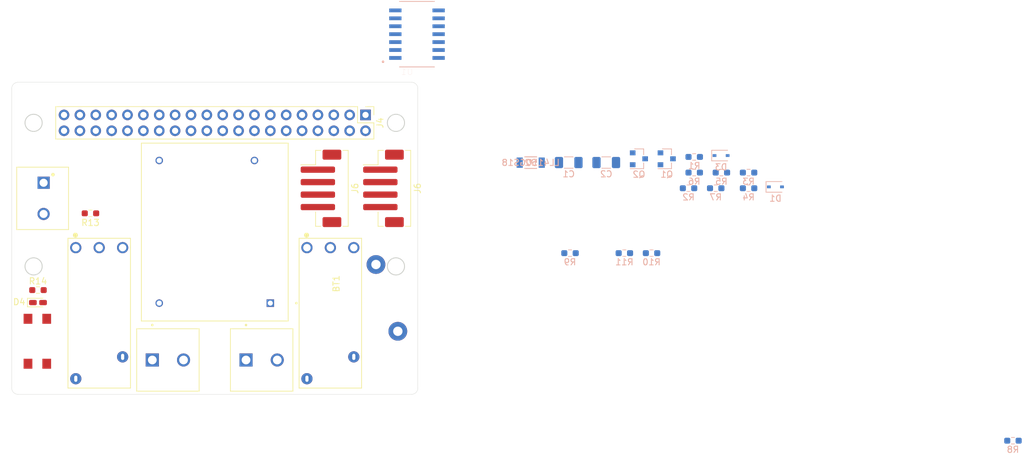
<source format=kicad_pcb>
(kicad_pcb (version 20171130) (host pcbnew "(5.1.9)-1")

  (general
    (thickness 1.6)
    (drawings 12)
    (tracks 0)
    (zones 0)
    (modules 33)
    (nets 55)
  )

  (page A4)
  (layers
    (0 F.Cu signal)
    (1 In1.Cu signal)
    (2 In2.Cu signal)
    (31 B.Cu signal)
    (32 B.Adhes user)
    (33 F.Adhes user)
    (34 B.Paste user)
    (35 F.Paste user)
    (36 B.SilkS user)
    (37 F.SilkS user)
    (38 B.Mask user)
    (39 F.Mask user)
    (40 Dwgs.User user)
    (41 Cmts.User user)
    (42 Eco1.User user)
    (43 Eco2.User user)
    (44 Edge.Cuts user)
    (45 Margin user)
    (46 B.CrtYd user)
    (47 F.CrtYd user)
    (48 B.Fab user)
    (49 F.Fab user)
  )

  (setup
    (last_trace_width 0.25)
    (trace_clearance 0.2)
    (zone_clearance 0.508)
    (zone_45_only no)
    (trace_min 0.2)
    (via_size 0.8)
    (via_drill 0.4)
    (via_min_size 0.4)
    (via_min_drill 0.3)
    (uvia_size 0.3)
    (uvia_drill 0.1)
    (uvias_allowed no)
    (uvia_min_size 0.2)
    (uvia_min_drill 0.1)
    (edge_width 0.05)
    (segment_width 0.2)
    (pcb_text_width 0.3)
    (pcb_text_size 1.5 1.5)
    (mod_edge_width 0.12)
    (mod_text_size 1 1)
    (mod_text_width 0.15)
    (pad_size 1.524 1.524)
    (pad_drill 0.762)
    (pad_to_mask_clearance 0.05)
    (aux_axis_origin 0 0)
    (grid_origin 40 110)
    (visible_elements 7FFFFFFF)
    (pcbplotparams
      (layerselection 0x010fc_ffffffff)
      (usegerberextensions false)
      (usegerberattributes true)
      (usegerberadvancedattributes true)
      (creategerberjobfile true)
      (excludeedgelayer true)
      (linewidth 0.100000)
      (plotframeref false)
      (viasonmask false)
      (mode 1)
      (useauxorigin false)
      (hpglpennumber 1)
      (hpglpenspeed 20)
      (hpglpendiameter 15.000000)
      (psnegative false)
      (psa4output false)
      (plotreference true)
      (plotvalue true)
      (plotinvisibletext false)
      (padsonsilk false)
      (subtractmaskfromsilk false)
      (outputformat 1)
      (mirror false)
      (drillshape 1)
      (scaleselection 1)
      (outputdirectory ""))
  )

  (net 0 "")
  (net 1 GND)
  (net 2 +BATT)
  (net 3 +5VD)
  (net 4 /Set)
  (net 5 /Reset)
  (net 6 /Neutral)
  (net 7 /Line1_in)
  (net 8 /Line1_out)
  (net 9 /Line2_in)
  (net 10 /Line2_out)
  (net 11 "Net-(J4-Pad24)")
  (net 12 "Net-(J4-Pad23)")
  (net 13 /GPIO25)
  (net 14 "/GPIO9(MISO)")
  (net 15 "Net-(J4-Pad19)")
  (net 16 "Net-(J4-Pad18)")
  (net 17 "Net-(J4-Pad17)")
  (net 18 "Net-(J4-Pad16)")
  (net 19 "Net-(J4-Pad15)")
  (net 20 "Net-(J4-Pad13)")
  (net 21 /RLY_R)
  (net 22 /RTC_~INT~)
  (net 23 "Net-(J4-Pad8)")
  (net 24 /RLY_S)
  (net 25 "/GPIO3(SCL1)")
  (net 26 "/GPIO2(SDA1)")
  (net 27 +3V3)
  (net 28 "/GPIO11(SCLK)")
  (net 29 "/GPIO10(MOSI)")
  (net 30 "/GPIO8(SS0)")
  (net 31 /GPIO27)
  (net 32 /GPIO24)
  (net 33 /GPIO23)
  (net 34 /GPIO22)
  (net 35 "Net-(U1-Pad3)")
  (net 36 "Net-(D4-Pad2)")
  (net 37 /~BTN_RDY~)
  (net 38 "Net-(R13-Pad2)")
  (net 39 "Net-(J4-Pad40)")
  (net 40 "Net-(J4-Pad39)")
  (net 41 "Net-(J4-Pad38)")
  (net 42 "Net-(J4-Pad37)")
  (net 43 "Net-(J4-Pad36)")
  (net 44 "Net-(J4-Pad35)")
  (net 45 "Net-(J4-Pad34)")
  (net 46 "Net-(J4-Pad33)")
  (net 47 "Net-(J4-Pad32)")
  (net 48 "Net-(J4-Pad31)")
  (net 49 "Net-(J4-Pad30)")
  (net 50 "Net-(J4-Pad29)")
  (net 51 "Net-(J4-Pad28)")
  (net 52 "Net-(J4-Pad27)")
  (net 53 "Net-(J4-Pad26)")
  (net 54 "Net-(J4-Pad25)")

  (net_class Default "This is the default net class."
    (clearance 0.2)
    (trace_width 0.25)
    (via_dia 0.8)
    (via_drill 0.4)
    (uvia_dia 0.3)
    (uvia_drill 0.1)
    (add_net +3V3)
    (add_net +5VD)
    (add_net +BATT)
    (add_net "/GPIO10(MOSI)")
    (add_net "/GPIO11(SCLK)")
    (add_net "/GPIO2(SDA1)")
    (add_net /GPIO22)
    (add_net /GPIO23)
    (add_net /GPIO24)
    (add_net /GPIO25)
    (add_net /GPIO27)
    (add_net "/GPIO3(SCL1)")
    (add_net "/GPIO8(SS0)")
    (add_net "/GPIO9(MISO)")
    (add_net /Line1_in)
    (add_net /Line1_out)
    (add_net /Line2_in)
    (add_net /Line2_out)
    (add_net /Neutral)
    (add_net /RLY_R)
    (add_net /RLY_S)
    (add_net /RTC_~INT~)
    (add_net /Reset)
    (add_net /Set)
    (add_net /~BTN_RDY~)
    (add_net GND)
    (add_net "Net-(D4-Pad2)")
    (add_net "Net-(J4-Pad13)")
    (add_net "Net-(J4-Pad15)")
    (add_net "Net-(J4-Pad16)")
    (add_net "Net-(J4-Pad17)")
    (add_net "Net-(J4-Pad18)")
    (add_net "Net-(J4-Pad19)")
    (add_net "Net-(J4-Pad23)")
    (add_net "Net-(J4-Pad24)")
    (add_net "Net-(J4-Pad25)")
    (add_net "Net-(J4-Pad26)")
    (add_net "Net-(J4-Pad27)")
    (add_net "Net-(J4-Pad28)")
    (add_net "Net-(J4-Pad29)")
    (add_net "Net-(J4-Pad30)")
    (add_net "Net-(J4-Pad31)")
    (add_net "Net-(J4-Pad32)")
    (add_net "Net-(J4-Pad33)")
    (add_net "Net-(J4-Pad34)")
    (add_net "Net-(J4-Pad35)")
    (add_net "Net-(J4-Pad36)")
    (add_net "Net-(J4-Pad37)")
    (add_net "Net-(J4-Pad38)")
    (add_net "Net-(J4-Pad39)")
    (add_net "Net-(J4-Pad40)")
    (add_net "Net-(J4-Pad8)")
    (add_net "Net-(R13-Pad2)")
    (add_net "Net-(U1-Pad3)")
  )

  (module Connector_JST:JST_PH_B4B-PH-SM4-TB_1x04-1MP_P2.00mm_Vertical (layer F.Cu) (tedit 60765899) (tstamp 607E0039)
    (at 99.5 77 270)
    (descr "JST PH series connector, B4B-PH-SM4-TB (http://www.jst-mfg.com/product/pdf/eng/ePH.pdf), generated with kicad-footprint-generator")
    (tags "connector JST PH side entry")
    (path /608233EE)
    (attr smd)
    (fp_text reference J6 (at 0 -5.45 90) (layer F.SilkS)
      (effects (font (size 1 1) (thickness 0.15)))
    )
    (fp_text value "B4B-PH-SM4-TBT(LF)(SN)" (at 0 4.45 90) (layer F.Fab)
      (effects (font (size 1 1) (thickness 0.15)))
    )
    (fp_text user %R (at 0 -1 90) (layer F.Fab)
      (effects (font (size 1 1) (thickness 0.15)))
    )
    (fp_line (start -5.975 0.75) (end 5.975 0.75) (layer F.Fab) (width 0.1))
    (fp_line (start -6.085 0.01) (end -6.085 0.86) (layer F.SilkS) (width 0.12))
    (fp_line (start -6.085 0.86) (end -3.76 0.86) (layer F.SilkS) (width 0.12))
    (fp_line (start -3.76 0.86) (end -3.76 3.25) (layer F.SilkS) (width 0.12))
    (fp_line (start 6.085 0.01) (end 6.085 0.86) (layer F.SilkS) (width 0.12))
    (fp_line (start 6.085 0.86) (end 3.76 0.86) (layer F.SilkS) (width 0.12))
    (fp_line (start -6.085 -3.51) (end -6.085 -4.36) (layer F.SilkS) (width 0.12))
    (fp_line (start -6.085 -4.36) (end 6.085 -4.36) (layer F.SilkS) (width 0.12))
    (fp_line (start 6.085 -4.36) (end 6.085 -3.51) (layer F.SilkS) (width 0.12))
    (fp_line (start -5.975 -4.25) (end 5.975 -4.25) (layer F.Fab) (width 0.1))
    (fp_line (start -5.975 0.75) (end -5.975 -4.25) (layer F.Fab) (width 0.1))
    (fp_line (start 5.975 0.75) (end 5.975 -4.25) (layer F.Fab) (width 0.1))
    (fp_line (start -3.25 -2.75) (end -3.25 -2.25) (layer F.Fab) (width 0.1))
    (fp_line (start -3.25 -2.25) (end -2.75 -2.25) (layer F.Fab) (width 0.1))
    (fp_line (start -2.75 -2.25) (end -2.75 -2.75) (layer F.Fab) (width 0.1))
    (fp_line (start -2.75 -2.75) (end -3.25 -2.75) (layer F.Fab) (width 0.1))
    (fp_line (start -1.25 -2.75) (end -1.25 -2.25) (layer F.Fab) (width 0.1))
    (fp_line (start -1.25 -2.25) (end -0.75 -2.25) (layer F.Fab) (width 0.1))
    (fp_line (start -0.75 -2.25) (end -0.75 -2.75) (layer F.Fab) (width 0.1))
    (fp_line (start -0.75 -2.75) (end -1.25 -2.75) (layer F.Fab) (width 0.1))
    (fp_line (start 0.75 -2.75) (end 0.75 -2.25) (layer F.Fab) (width 0.1))
    (fp_line (start 0.75 -2.25) (end 1.25 -2.25) (layer F.Fab) (width 0.1))
    (fp_line (start 1.25 -2.25) (end 1.25 -2.75) (layer F.Fab) (width 0.1))
    (fp_line (start 1.25 -2.75) (end 0.75 -2.75) (layer F.Fab) (width 0.1))
    (fp_line (start 2.75 -2.75) (end 2.75 -2.25) (layer F.Fab) (width 0.1))
    (fp_line (start 2.75 -2.25) (end 3.25 -2.25) (layer F.Fab) (width 0.1))
    (fp_line (start 3.25 -2.25) (end 3.25 -2.75) (layer F.Fab) (width 0.1))
    (fp_line (start 3.25 -2.75) (end 2.75 -2.75) (layer F.Fab) (width 0.1))
    (fp_line (start -6.7 -4.75) (end -6.7 3.75) (layer F.CrtYd) (width 0.05))
    (fp_line (start -6.7 3.75) (end 6.7 3.75) (layer F.CrtYd) (width 0.05))
    (fp_line (start 6.7 3.75) (end 6.7 -4.75) (layer F.CrtYd) (width 0.05))
    (fp_line (start 6.7 -4.75) (end -6.7 -4.75) (layer F.CrtYd) (width 0.05))
    (fp_line (start -3.5 0.75) (end -3 0.042893) (layer F.Fab) (width 0.1))
    (fp_line (start -3 0.042893) (end -2.5 0.75) (layer F.Fab) (width 0.1))
    (pad 1 smd roundrect (at -3 0.5 270) (size 1 5.5) (layers F.Cu F.Paste F.Mask) (roundrect_rratio 0.25)
      (net 3 +5VD))
    (pad 2 smd roundrect (at -1 0.5 270) (size 1 5.5) (layers F.Cu F.Paste F.Mask) (roundrect_rratio 0.25)
      (net 25 "/GPIO3(SCL1)"))
    (pad 3 smd roundrect (at 1 0.5 270) (size 1 5.5) (layers F.Cu F.Paste F.Mask) (roundrect_rratio 0.25)
      (net 26 "/GPIO2(SDA1)"))
    (pad 4 smd roundrect (at 3 0.5 270) (size 1 5.5) (layers F.Cu F.Paste F.Mask) (roundrect_rratio 0.25)
      (net 1 GND))
    (pad MP smd roundrect (at -5.4 -1.75 270) (size 1.6 3) (layers F.Cu F.Paste F.Mask) (roundrect_rratio 0.15625))
    (pad MP smd roundrect (at 5.4 -1.75 270) (size 1.6 3) (layers F.Cu F.Paste F.Mask) (roundrect_rratio 0.15625))
    (model "C:/Users/tzinke/Documents/Tech Objech/PCBs/KiCadLibraries/3D Models/B4B-PH-SM4-TB.STEP"
      (offset (xyz -6 5.5 0))
      (scale (xyz 1 1 1))
      (rotate (xyz -90 0 0))
    )
  )

  (module Connector_PinHeader_2.54mm:PinHeader_2x20_P2.54mm_Vertical (layer F.Cu) (tedit 59FED5CC) (tstamp 607DDC4D)
    (at 96.63 65.23 270)
    (descr "Through hole straight pin header, 2x20, 2.54mm pitch, double rows")
    (tags "Through hole pin header THT 2x20 2.54mm double row")
    (path /60782B1C)
    (fp_text reference J4 (at 1.27 -2.33 90) (layer F.SilkS)
      (effects (font (size 1 1) (thickness 0.15)))
    )
    (fp_text value Conn_02x20_Odd_Even (at 1.27 50.59 90) (layer F.Fab)
      (effects (font (size 1 1) (thickness 0.15)))
    )
    (fp_text user %R (at 1.27 24.13) (layer F.Fab)
      (effects (font (size 1 1) (thickness 0.15)))
    )
    (fp_line (start 0 -1.27) (end 3.81 -1.27) (layer F.Fab) (width 0.1))
    (fp_line (start 3.81 -1.27) (end 3.81 49.53) (layer F.Fab) (width 0.1))
    (fp_line (start 3.81 49.53) (end -1.27 49.53) (layer F.Fab) (width 0.1))
    (fp_line (start -1.27 49.53) (end -1.27 0) (layer F.Fab) (width 0.1))
    (fp_line (start -1.27 0) (end 0 -1.27) (layer F.Fab) (width 0.1))
    (fp_line (start -1.33 49.59) (end 3.87 49.59) (layer F.SilkS) (width 0.12))
    (fp_line (start -1.33 1.27) (end -1.33 49.59) (layer F.SilkS) (width 0.12))
    (fp_line (start 3.87 -1.33) (end 3.87 49.59) (layer F.SilkS) (width 0.12))
    (fp_line (start -1.33 1.27) (end 1.27 1.27) (layer F.SilkS) (width 0.12))
    (fp_line (start 1.27 1.27) (end 1.27 -1.33) (layer F.SilkS) (width 0.12))
    (fp_line (start 1.27 -1.33) (end 3.87 -1.33) (layer F.SilkS) (width 0.12))
    (fp_line (start -1.33 0) (end -1.33 -1.33) (layer F.SilkS) (width 0.12))
    (fp_line (start -1.33 -1.33) (end 0 -1.33) (layer F.SilkS) (width 0.12))
    (fp_line (start -1.8 -1.8) (end -1.8 50.05) (layer F.CrtYd) (width 0.05))
    (fp_line (start -1.8 50.05) (end 4.35 50.05) (layer F.CrtYd) (width 0.05))
    (fp_line (start 4.35 50.05) (end 4.35 -1.8) (layer F.CrtYd) (width 0.05))
    (fp_line (start 4.35 -1.8) (end -1.8 -1.8) (layer F.CrtYd) (width 0.05))
    (pad 40 thru_hole oval (at 2.54 48.26 270) (size 1.7 1.7) (drill 1) (layers *.Cu *.Mask)
      (net 39 "Net-(J4-Pad40)"))
    (pad 39 thru_hole oval (at 0 48.26 270) (size 1.7 1.7) (drill 1) (layers *.Cu *.Mask)
      (net 40 "Net-(J4-Pad39)"))
    (pad 38 thru_hole oval (at 2.54 45.72 270) (size 1.7 1.7) (drill 1) (layers *.Cu *.Mask)
      (net 41 "Net-(J4-Pad38)"))
    (pad 37 thru_hole oval (at 0 45.72 270) (size 1.7 1.7) (drill 1) (layers *.Cu *.Mask)
      (net 42 "Net-(J4-Pad37)"))
    (pad 36 thru_hole oval (at 2.54 43.18 270) (size 1.7 1.7) (drill 1) (layers *.Cu *.Mask)
      (net 43 "Net-(J4-Pad36)"))
    (pad 35 thru_hole oval (at 0 43.18 270) (size 1.7 1.7) (drill 1) (layers *.Cu *.Mask)
      (net 44 "Net-(J4-Pad35)"))
    (pad 34 thru_hole oval (at 2.54 40.64 270) (size 1.7 1.7) (drill 1) (layers *.Cu *.Mask)
      (net 45 "Net-(J4-Pad34)"))
    (pad 33 thru_hole oval (at 0 40.64 270) (size 1.7 1.7) (drill 1) (layers *.Cu *.Mask)
      (net 46 "Net-(J4-Pad33)"))
    (pad 32 thru_hole oval (at 2.54 38.1 270) (size 1.7 1.7) (drill 1) (layers *.Cu *.Mask)
      (net 47 "Net-(J4-Pad32)"))
    (pad 31 thru_hole oval (at 0 38.1 270) (size 1.7 1.7) (drill 1) (layers *.Cu *.Mask)
      (net 48 "Net-(J4-Pad31)"))
    (pad 30 thru_hole oval (at 2.54 35.56 270) (size 1.7 1.7) (drill 1) (layers *.Cu *.Mask)
      (net 49 "Net-(J4-Pad30)"))
    (pad 29 thru_hole oval (at 0 35.56 270) (size 1.7 1.7) (drill 1) (layers *.Cu *.Mask)
      (net 50 "Net-(J4-Pad29)"))
    (pad 28 thru_hole oval (at 2.54 33.02 270) (size 1.7 1.7) (drill 1) (layers *.Cu *.Mask)
      (net 51 "Net-(J4-Pad28)"))
    (pad 27 thru_hole oval (at 0 33.02 270) (size 1.7 1.7) (drill 1) (layers *.Cu *.Mask)
      (net 52 "Net-(J4-Pad27)"))
    (pad 26 thru_hole oval (at 2.54 30.48 270) (size 1.7 1.7) (drill 1) (layers *.Cu *.Mask)
      (net 53 "Net-(J4-Pad26)"))
    (pad 25 thru_hole oval (at 0 30.48 270) (size 1.7 1.7) (drill 1) (layers *.Cu *.Mask)
      (net 54 "Net-(J4-Pad25)"))
    (pad 24 thru_hole oval (at 2.54 27.94 270) (size 1.7 1.7) (drill 1) (layers *.Cu *.Mask)
      (net 11 "Net-(J4-Pad24)"))
    (pad 23 thru_hole oval (at 0 27.94 270) (size 1.7 1.7) (drill 1) (layers *.Cu *.Mask)
      (net 12 "Net-(J4-Pad23)"))
    (pad 22 thru_hole oval (at 2.54 25.4 270) (size 1.7 1.7) (drill 1) (layers *.Cu *.Mask)
      (net 13 /GPIO25))
    (pad 21 thru_hole oval (at 0 25.4 270) (size 1.7 1.7) (drill 1) (layers *.Cu *.Mask)
      (net 14 "/GPIO9(MISO)"))
    (pad 20 thru_hole oval (at 2.54 22.86 270) (size 1.7 1.7) (drill 1) (layers *.Cu *.Mask)
      (net 1 GND))
    (pad 19 thru_hole oval (at 0 22.86 270) (size 1.7 1.7) (drill 1) (layers *.Cu *.Mask)
      (net 15 "Net-(J4-Pad19)"))
    (pad 18 thru_hole oval (at 2.54 20.32 270) (size 1.7 1.7) (drill 1) (layers *.Cu *.Mask)
      (net 16 "Net-(J4-Pad18)"))
    (pad 17 thru_hole oval (at 0 20.32 270) (size 1.7 1.7) (drill 1) (layers *.Cu *.Mask)
      (net 17 "Net-(J4-Pad17)"))
    (pad 16 thru_hole oval (at 2.54 17.78 270) (size 1.7 1.7) (drill 1) (layers *.Cu *.Mask)
      (net 18 "Net-(J4-Pad16)"))
    (pad 15 thru_hole oval (at 0 17.78 270) (size 1.7 1.7) (drill 1) (layers *.Cu *.Mask)
      (net 19 "Net-(J4-Pad15)"))
    (pad 14 thru_hole oval (at 2.54 15.24 270) (size 1.7 1.7) (drill 1) (layers *.Cu *.Mask)
      (net 1 GND))
    (pad 13 thru_hole oval (at 0 15.24 270) (size 1.7 1.7) (drill 1) (layers *.Cu *.Mask)
      (net 20 "Net-(J4-Pad13)"))
    (pad 12 thru_hole oval (at 2.54 12.7 270) (size 1.7 1.7) (drill 1) (layers *.Cu *.Mask)
      (net 21 /RLY_R))
    (pad 11 thru_hole oval (at 0 12.7 270) (size 1.7 1.7) (drill 1) (layers *.Cu *.Mask)
      (net 22 /RTC_~INT~))
    (pad 10 thru_hole oval (at 2.54 10.16 270) (size 1.7 1.7) (drill 1) (layers *.Cu *.Mask)
      (net 37 /~BTN_RDY~))
    (pad 9 thru_hole oval (at 0 10.16 270) (size 1.7 1.7) (drill 1) (layers *.Cu *.Mask)
      (net 1 GND))
    (pad 8 thru_hole oval (at 2.54 7.62 270) (size 1.7 1.7) (drill 1) (layers *.Cu *.Mask)
      (net 23 "Net-(J4-Pad8)"))
    (pad 7 thru_hole oval (at 0 7.62 270) (size 1.7 1.7) (drill 1) (layers *.Cu *.Mask)
      (net 24 /RLY_S))
    (pad 6 thru_hole oval (at 2.54 5.08 270) (size 1.7 1.7) (drill 1) (layers *.Cu *.Mask)
      (net 1 GND))
    (pad 5 thru_hole oval (at 0 5.08 270) (size 1.7 1.7) (drill 1) (layers *.Cu *.Mask)
      (net 25 "/GPIO3(SCL1)"))
    (pad 4 thru_hole oval (at 2.54 2.54 270) (size 1.7 1.7) (drill 1) (layers *.Cu *.Mask)
      (net 3 +5VD))
    (pad 3 thru_hole oval (at 0 2.54 270) (size 1.7 1.7) (drill 1) (layers *.Cu *.Mask)
      (net 26 "/GPIO2(SDA1)"))
    (pad 2 thru_hole oval (at 2.54 0 270) (size 1.7 1.7) (drill 1) (layers *.Cu *.Mask)
      (net 3 +5VD))
    (pad 1 thru_hole rect (at 0 0 270) (size 1.7 1.7) (drill 1) (layers *.Cu *.Mask)
      (net 27 +3V3))
    (model ${KISYS3DMOD}/Connector_PinHeader_2.54mm.3dshapes/PinHeader_2x20_P2.54mm_Vertical.wrl
      (at (xyz 0 0 0))
      (scale (xyz 1 1 1))
      (rotate (xyz 0 0 0))
    )
    (model "C:/Users/tzinke/Documents/Tech Objech/PCBs/KiCadLibraries/3D Models/rPi Zero W.STEP"
      (offset (xyz 12.75 -24.125 -8))
      (scale (xyz 1 1 1))
      (rotate (xyz -90 0 -90))
    )
  )

  (module Battery:Vertical_16mm_coin_holder (layer F.Cu) (tedit 60787A13) (tstamp 60791A56)
    (at 98.3 99.9 90)
    (path /60793B58)
    (fp_text reference BT1 (at 7.62 -6.35 90) (layer F.SilkS)
      (effects (font (size 1 1) (thickness 0.15)))
    )
    (fp_text value 1632 (at 0 -0.5 90) (layer F.Fab)
      (effects (font (size 1 1) (thickness 0.15)))
    )
    (pad "" np_thru_hole circle (at 4.4 0 90) (size 3.5 3.5) (drill 3.5) (layers *.Cu *.Mask))
    (pad "" np_thru_hole circle (at -7.7 0 180) (size 3.5 3.5) (drill 3.5) (layers *.Cu *.Mask))
    (pad POS thru_hole circle (at 10.7 0 90) (size 3 3) (drill 1.5) (layers *.Cu *.Mask)
      (net 2 +BATT))
    (pad NEG thru_hole circle (at 0 3.5 90) (size 3 3) (drill 1.5) (layers *.Cu *.Mask)
      (net 1 GND))
    (model "C:/Users/tzinke/Documents/Tech Objech/PCBs/KiCadLibraries/3D Models/1069.stp"
      (offset (xyz 0 -3.5 0))
      (scale (xyz 1 1 1))
      (rotate (xyz 0 0 0))
    )
  )

  (module Relay_THT:RELAY_ADW1205HLW (layer F.Cu) (tedit 6076549C) (tstamp 6076BF05)
    (at 91 97 270)
    (path /6075A92C)
    (fp_text reference K2 (at -8.409575 -6.276385 90) (layer F.SilkS) hide
      (effects (font (size 1.001016 1.001016) (thickness 0.015)))
    )
    (fp_text value ADW1205HLW (at -1.41686 6.27387 90) (layer F.Fab)
      (effects (font (size 1.000614 1.000614) (thickness 0.015)))
    )
    (fp_line (start -12 5) (end -12 -5) (layer F.Fab) (width 0.127))
    (fp_line (start -12 -5) (end 12 -5) (layer F.Fab) (width 0.127))
    (fp_line (start 12 -5) (end 12 5) (layer F.Fab) (width 0.127))
    (fp_line (start 12 5) (end -12 5) (layer F.Fab) (width 0.127))
    (fp_line (start -12 5) (end -12 -5) (layer F.SilkS) (width 0.127))
    (fp_line (start -12 -5) (end 12 -5) (layer F.SilkS) (width 0.127))
    (fp_line (start 12 -5) (end 12 5) (layer F.SilkS) (width 0.127))
    (fp_line (start 12 5) (end -12 5) (layer F.SilkS) (width 0.127))
    (fp_line (start -12.25 5.25) (end -12.25 -5.25) (layer F.CrtYd) (width 0.05))
    (fp_line (start -12.25 -5.25) (end 12.25 -5.25) (layer F.CrtYd) (width 0.05))
    (fp_line (start 12.25 -5.25) (end 12.25 5.25) (layer F.CrtYd) (width 0.05))
    (fp_line (start 12.25 5.25) (end -12.25 5.25) (layer F.CrtYd) (width 0.05))
    (fp_circle (center -12.502 3.81) (end -12.302 3.81) (layer F.SilkS) (width 0.4))
    (pad 5 thru_hole circle (at 7 -3.75 270) (size 1.8 1.8) (drill oval 1 0.5) (layers *.Cu *.Mask)
      (net 9 /Line2_in))
    (pad 7 thru_hole circle (at -10.5 0 270) (size 1.8 1.8) (drill 1.2) (layers *.Cu *.Mask)
      (net 3 +5VD))
    (pad 3 thru_hole circle (at 10.5 3.75 270) (size 1.8 1.8) (drill oval 1 0.5) (layers *.Cu *.Mask)
      (net 10 /Line2_out))
    (pad 6 thru_hole circle (at -10.5 -3.75 270) (size 1.8 1.8) (drill 1.2) (layers *.Cu *.Mask)
      (net 5 /Reset))
    (pad 1 thru_hole circle (at -10.5 3.75 270) (size 1.8 1.8) (drill 1.2) (layers *.Cu *.Mask)
      (net 4 /Set))
    (model "C:/Users/tzinke/Documents/Tech Objech/PCBs/KiCadLibraries/3D Models/adw12・・hlw.step"
      (at (xyz 0 0 0))
      (scale (xyz 1 1 1))
      (rotate (xyz 0 0 0))
    )
  )

  (module Relay_THT:RELAY_ADW1205HLW (layer F.Cu) (tedit 6076549C) (tstamp 60789050)
    (at 54 97 270)
    (path /60759835)
    (fp_text reference K1 (at -8.409575 -6.276385 90) (layer F.SilkS) hide
      (effects (font (size 1.001016 1.001016) (thickness 0.015)))
    )
    (fp_text value ADW1205HLW (at -1.41686 6.27387 90) (layer F.Fab)
      (effects (font (size 1.000614 1.000614) (thickness 0.015)))
    )
    (fp_line (start -12 5) (end -12 -5) (layer F.Fab) (width 0.127))
    (fp_line (start -12 -5) (end 12 -5) (layer F.Fab) (width 0.127))
    (fp_line (start 12 -5) (end 12 5) (layer F.Fab) (width 0.127))
    (fp_line (start 12 5) (end -12 5) (layer F.Fab) (width 0.127))
    (fp_line (start -12 5) (end -12 -5) (layer F.SilkS) (width 0.127))
    (fp_line (start -12 -5) (end 12 -5) (layer F.SilkS) (width 0.127))
    (fp_line (start 12 -5) (end 12 5) (layer F.SilkS) (width 0.127))
    (fp_line (start 12 5) (end -12 5) (layer F.SilkS) (width 0.127))
    (fp_line (start -12.25 5.25) (end -12.25 -5.25) (layer F.CrtYd) (width 0.05))
    (fp_line (start -12.25 -5.25) (end 12.25 -5.25) (layer F.CrtYd) (width 0.05))
    (fp_line (start 12.25 -5.25) (end 12.25 5.25) (layer F.CrtYd) (width 0.05))
    (fp_line (start 12.25 5.25) (end -12.25 5.25) (layer F.CrtYd) (width 0.05))
    (fp_circle (center -12.502 3.81) (end -12.302 3.81) (layer F.SilkS) (width 0.4))
    (pad 5 thru_hole circle (at 7 -3.75 270) (size 1.8 1.8) (drill oval 1 0.5) (layers *.Cu *.Mask)
      (net 7 /Line1_in))
    (pad 7 thru_hole circle (at -10.5 0 270) (size 1.8 1.8) (drill 1.2) (layers *.Cu *.Mask)
      (net 3 +5VD))
    (pad 3 thru_hole circle (at 10.5 3.75 270) (size 1.8 1.8) (drill oval 1 0.5) (layers *.Cu *.Mask)
      (net 8 /Line1_out))
    (pad 6 thru_hole circle (at -10.5 -3.75 270) (size 1.8 1.8) (drill 1.2) (layers *.Cu *.Mask)
      (net 5 /Reset))
    (pad 1 thru_hole circle (at -10.5 3.75 270) (size 1.8 1.8) (drill 1.2) (layers *.Cu *.Mask)
      (net 4 /Set))
    (model "C:/Users/tzinke/Documents/Tech Objech/PCBs/KiCadLibraries/3D Models/adw12・・hlw.step"
      (at (xyz 0 0 0))
      (scale (xyz 1 1 1))
      (rotate (xyz 0 0 0))
    )
  )

  (module Connector:TE_282856-2 (layer F.Cu) (tedit 607653AB) (tstamp 6076BDE3)
    (at 80 104.5)
    (path /6074D2DA)
    (fp_text reference J3 (at -2.825 -6.635) (layer F.SilkS) hide
      (effects (font (size 1 1) (thickness 0.015)))
    )
    (fp_text value 282856-2 (at 0.985 6.615) (layer F.Fab)
      (effects (font (size 1 1) (thickness 0.015)))
    )
    (fp_line (start -5 5) (end -5 -5) (layer F.Fab) (width 0.127))
    (fp_line (start -5 -5) (end 5 -5) (layer F.Fab) (width 0.127))
    (fp_line (start 5 -5) (end 5 5) (layer F.Fab) (width 0.127))
    (fp_line (start 5 5) (end -5 5) (layer F.Fab) (width 0.127))
    (fp_line (start -5 5) (end -5 -5) (layer F.SilkS) (width 0.127))
    (fp_line (start -5 -5) (end 5 -5) (layer F.SilkS) (width 0.127))
    (fp_line (start 5 -5) (end 5 5) (layer F.SilkS) (width 0.127))
    (fp_line (start 5 5) (end -5 5) (layer F.SilkS) (width 0.127))
    (fp_line (start -5.25 5.25) (end -5.25 -5.25) (layer F.CrtYd) (width 0.05))
    (fp_line (start -5.25 -5.25) (end 5.25 -5.25) (layer F.CrtYd) (width 0.05))
    (fp_line (start 5.25 -5.25) (end 5.25 5.25) (layer F.CrtYd) (width 0.05))
    (fp_line (start 5.25 5.25) (end -5.25 5.25) (layer F.CrtYd) (width 0.05))
    (fp_circle (center -2.5 -5.6) (end -2.4 -5.6) (layer F.SilkS) (width 0.2))
    (fp_circle (center -2.5 -5.6) (end -2.4 -5.6) (layer F.Fab) (width 0.2))
    (pad 1 thru_hole rect (at -2.5 0) (size 2.1 2.1) (drill 1.4) (layers *.Cu *.Mask)
      (net 10 /Line2_out))
    (pad 2 thru_hole circle (at 2.5 0) (size 2.1 2.1) (drill 1.4) (layers *.Cu *.Mask)
      (net 9 /Line2_in))
    (model "C:/Users/tzinke/Documents/Tech Objech/PCBs/KiCadLibraries/3D Models/TE_282856-2.STEP"
      (offset (xyz 0 -5 19))
      (scale (xyz 1 1 1))
      (rotate (xyz -90 0 0))
    )
  )

  (module Connector:TE_282856-2 (layer F.Cu) (tedit 607653AB) (tstamp 6076CB90)
    (at 65 104.5)
    (path /60901AFC)
    (fp_text reference J2 (at -2.825 -6.635) (layer F.SilkS) hide
      (effects (font (size 1 1) (thickness 0.015)))
    )
    (fp_text value 282856-2 (at 0.985 6.615) (layer F.Fab)
      (effects (font (size 1 1) (thickness 0.015)))
    )
    (fp_line (start -5 5) (end -5 -5) (layer F.Fab) (width 0.127))
    (fp_line (start -5 -5) (end 5 -5) (layer F.Fab) (width 0.127))
    (fp_line (start 5 -5) (end 5 5) (layer F.Fab) (width 0.127))
    (fp_line (start 5 5) (end -5 5) (layer F.Fab) (width 0.127))
    (fp_line (start -5 5) (end -5 -5) (layer F.SilkS) (width 0.127))
    (fp_line (start -5 -5) (end 5 -5) (layer F.SilkS) (width 0.127))
    (fp_line (start 5 -5) (end 5 5) (layer F.SilkS) (width 0.127))
    (fp_line (start 5 5) (end -5 5) (layer F.SilkS) (width 0.127))
    (fp_line (start -5.25 5.25) (end -5.25 -5.25) (layer F.CrtYd) (width 0.05))
    (fp_line (start -5.25 -5.25) (end 5.25 -5.25) (layer F.CrtYd) (width 0.05))
    (fp_line (start 5.25 -5.25) (end 5.25 5.25) (layer F.CrtYd) (width 0.05))
    (fp_line (start 5.25 5.25) (end -5.25 5.25) (layer F.CrtYd) (width 0.05))
    (fp_circle (center -2.5 -5.6) (end -2.4 -5.6) (layer F.SilkS) (width 0.2))
    (fp_circle (center -2.5 -5.6) (end -2.4 -5.6) (layer F.Fab) (width 0.2))
    (pad 1 thru_hole rect (at -2.5 0) (size 2.1 2.1) (drill 1.4) (layers *.Cu *.Mask)
      (net 7 /Line1_in))
    (pad 2 thru_hole circle (at 2.5 0) (size 2.1 2.1) (drill 1.4) (layers *.Cu *.Mask)
      (net 8 /Line1_out))
    (model "C:/Users/tzinke/Documents/Tech Objech/PCBs/KiCadLibraries/3D Models/TE_282856-2.STEP"
      (offset (xyz 0 -5 19))
      (scale (xyz 1 1 1))
      (rotate (xyz -90 0 0))
    )
  )

  (module Connector:PHOENIX_1935161 (layer F.Cu) (tedit 6076546B) (tstamp 60788FFB)
    (at 45.1 78.6 270)
    (path /6075587C)
    (fp_text reference J1 (at 0 0 90) (layer F.SilkS) hide
      (effects (font (size 0.787402 0.787402) (thickness 0.015)))
    )
    (fp_text value 1935161 (at 0 0 90) (layer F.Fab)
      (effects (font (size 0.787402 0.787402) (thickness 0.015)))
    )
    (fp_line (start -5.25 4.55) (end -5.25 -4.25) (layer F.CrtYd) (width 0.05))
    (fp_line (start 5.25 4.55) (end -5.25 4.55) (layer F.CrtYd) (width 0.05))
    (fp_line (start 5.25 -4.25) (end 5.25 4.55) (layer F.CrtYd) (width 0.05))
    (fp_line (start -5.25 -4.25) (end 5.25 -4.25) (layer F.CrtYd) (width 0.05))
    (fp_circle (center -3.8 -1.5) (end -3.66 -1.5) (layer F.Fab) (width 0.28))
    (fp_circle (center -3.8 -1.5) (end -3.66 -1.5) (layer F.SilkS) (width 0.28))
    (fp_line (start 5 4.3) (end -5 4.3) (layer F.Fab) (width 0.127))
    (fp_line (start 5 -4) (end 5 4.3) (layer F.Fab) (width 0.127))
    (fp_line (start -5 -4) (end 5 -4) (layer F.Fab) (width 0.127))
    (fp_line (start -5 4.3) (end -5 -4) (layer F.Fab) (width 0.127))
    (fp_line (start -5 4.3) (end -5 -4) (layer F.SilkS) (width 0.127))
    (fp_line (start 5 4.3) (end -5 4.3) (layer F.SilkS) (width 0.127))
    (fp_line (start 5 -4) (end 5 4.3) (layer F.SilkS) (width 0.127))
    (fp_line (start -5 -4) (end 5 -4) (layer F.SilkS) (width 0.127))
    (fp_text user NAME (at -5.08705 -5.08705 90) (layer Dwgs.User)
      (effects (font (size 1.001394 1.001394) (thickness 0.015)))
    )
    (fp_text user VALUE (at -5.09283 6.36604 90) (layer F.Fab)
      (effects (font (size 1.002528 1.002528) (thickness 0.015)))
    )
    (pad 1 thru_hole rect (at -2.5 0 270) (size 1.95 1.95) (drill 1.3) (layers *.Cu *.Mask)
      (net 6 /Neutral))
    (pad 2 thru_hole circle (at 2.5 0 270) (size 1.95 1.95) (drill 1.3) (layers *.Cu *.Mask)
      (net 6 /Neutral))
    (model "C:/Users/tzinke/Documents/Tech Objech/PCBs/KiCadLibraries/3D Models/1935161.step"
      (offset (xyz -2.5 2.5 6))
      (scale (xyz 1 1 1))
      (rotate (xyz -90 0 0))
    )
  )

  (module Button_Switch_SMD:TL3305AF160QG (layer F.Cu) (tedit 60779C62) (tstamp 60783D01)
    (at 44.1 101.5 270)
    (path /60782D8F)
    (fp_text reference SW1 (at -2.54 3.81 90) (layer F.SilkS) hide
      (effects (font (size 1 1) (thickness 0.15)))
    )
    (fp_text value TL3305AF160QG (at 0 -0.5 90) (layer F.Fab)
      (effects (font (size 1 1) (thickness 0.15)))
    )
    (pad 2 smd rect (at -3.6 1.5 270) (size 1.6 1.4) (layers F.Cu F.Paste F.Mask)
      (net 1 GND))
    (pad 1 smd rect (at -3.6 -1.5 270) (size 1.6 1.4) (layers F.Cu F.Paste F.Mask)
      (net 38 "Net-(R13-Pad2)"))
    (pad 1 smd rect (at 3.6 -1.5 270) (size 1.6 1.4) (layers F.Cu F.Paste F.Mask)
      (net 38 "Net-(R13-Pad2)"))
    (pad 2 smd rect (at 3.6 1.5 270) (size 1.6 1.4) (layers F.Cu F.Paste F.Mask)
      (net 1 GND))
    (model "C:/Users/tzinke/Documents/Tech Objech/PCBs/KiCadLibraries/3D Models/TL3305AFxxxxG.stp"
      (at (xyz 0 0 0))
      (scale (xyz 1 1 1))
      (rotate (xyz 0 0 0))
    )
  )

  (module Resistor_SMD:R_0603_1608Metric_Pad0.98x0.95mm_HandSolder (layer F.Cu) (tedit 60765195) (tstamp 60784322)
    (at 44.2 93.3)
    (descr "Resistor SMD 0603 (1608 Metric), square (rectangular) end terminal, IPC_7351 nominal with elongated pad for handsoldering. (Body size source: IPC-SM-782 page 72, https://www.pcb-3d.com/wordpress/wp-content/uploads/ipc-sm-782a_amendment_1_and_2.pdf), generated with kicad-footprint-generator")
    (tags "resistor handsolder")
    (path /60781EE0)
    (attr smd)
    (fp_text reference R14 (at 0 -1.43) (layer F.SilkS)
      (effects (font (size 1 1) (thickness 0.15)))
    )
    (fp_text value 330 (at 0 1.43) (layer F.Fab)
      (effects (font (size 1 1) (thickness 0.15)))
    )
    (fp_line (start 1.65 0.73) (end -1.65 0.73) (layer F.CrtYd) (width 0.05))
    (fp_line (start 1.65 -0.73) (end 1.65 0.73) (layer F.CrtYd) (width 0.05))
    (fp_line (start -1.65 -0.73) (end 1.65 -0.73) (layer F.CrtYd) (width 0.05))
    (fp_line (start -1.65 0.73) (end -1.65 -0.73) (layer F.CrtYd) (width 0.05))
    (fp_line (start -0.254724 0.5225) (end 0.254724 0.5225) (layer F.SilkS) (width 0.12))
    (fp_line (start -0.254724 -0.5225) (end 0.254724 -0.5225) (layer F.SilkS) (width 0.12))
    (fp_line (start 0.8 0.4125) (end -0.8 0.4125) (layer F.Fab) (width 0.1))
    (fp_line (start 0.8 -0.4125) (end 0.8 0.4125) (layer F.Fab) (width 0.1))
    (fp_line (start -0.8 -0.4125) (end 0.8 -0.4125) (layer F.Fab) (width 0.1))
    (fp_line (start -0.8 0.4125) (end -0.8 -0.4125) (layer F.Fab) (width 0.1))
    (fp_text user %R (at 0 0) (layer F.Fab)
      (effects (font (size 0.4 0.4) (thickness 0.06)))
    )
    (pad 2 smd roundrect (at 0.9125 0) (size 0.975 0.95) (layers F.Cu F.Paste F.Mask) (roundrect_rratio 0.25)
      (net 37 /~BTN_RDY~))
    (pad 1 smd roundrect (at -0.9125 0) (size 0.975 0.95) (layers F.Cu F.Paste F.Mask) (roundrect_rratio 0.25)
      (net 36 "Net-(D4-Pad2)"))
    (model "C:/Users/tdavi/Documents/PCB Layouts/3D Models/R_0603.STEP"
      (offset (xyz 0 0 0.25))
      (scale (xyz 1 1 1))
      (rotate (xyz 90 0 0))
    )
  )

  (module Resistor_SMD:R_0603_1608Metric_Pad0.98x0.95mm_HandSolder (layer F.Cu) (tedit 60765195) (tstamp 60780C10)
    (at 52.6 81)
    (descr "Resistor SMD 0603 (1608 Metric), square (rectangular) end terminal, IPC_7351 nominal with elongated pad for handsoldering. (Body size source: IPC-SM-782 page 72, https://www.pcb-3d.com/wordpress/wp-content/uploads/ipc-sm-782a_amendment_1_and_2.pdf), generated with kicad-footprint-generator")
    (tags "resistor handsolder")
    (path /60783F5A)
    (attr smd)
    (fp_text reference R13 (at 0 1.5) (layer F.SilkS)
      (effects (font (size 1 1) (thickness 0.15)))
    )
    (fp_text value 2k2 (at 0 1.43) (layer F.Fab)
      (effects (font (size 1 1) (thickness 0.15)))
    )
    (fp_line (start 1.65 0.73) (end -1.65 0.73) (layer F.CrtYd) (width 0.05))
    (fp_line (start 1.65 -0.73) (end 1.65 0.73) (layer F.CrtYd) (width 0.05))
    (fp_line (start -1.65 -0.73) (end 1.65 -0.73) (layer F.CrtYd) (width 0.05))
    (fp_line (start -1.65 0.73) (end -1.65 -0.73) (layer F.CrtYd) (width 0.05))
    (fp_line (start -0.254724 0.5225) (end 0.254724 0.5225) (layer F.SilkS) (width 0.12))
    (fp_line (start -0.254724 -0.5225) (end 0.254724 -0.5225) (layer F.SilkS) (width 0.12))
    (fp_line (start 0.8 0.4125) (end -0.8 0.4125) (layer F.Fab) (width 0.1))
    (fp_line (start 0.8 -0.4125) (end 0.8 0.4125) (layer F.Fab) (width 0.1))
    (fp_line (start -0.8 -0.4125) (end 0.8 -0.4125) (layer F.Fab) (width 0.1))
    (fp_line (start -0.8 0.4125) (end -0.8 -0.4125) (layer F.Fab) (width 0.1))
    (fp_text user %R (at 0 0) (layer F.Fab)
      (effects (font (size 0.4 0.4) (thickness 0.06)))
    )
    (pad 2 smd roundrect (at 0.9125 0) (size 0.975 0.95) (layers F.Cu F.Paste F.Mask) (roundrect_rratio 0.25)
      (net 38 "Net-(R13-Pad2)"))
    (pad 1 smd roundrect (at -0.9125 0) (size 0.975 0.95) (layers F.Cu F.Paste F.Mask) (roundrect_rratio 0.25)
      (net 27 +3V3))
    (model "C:/Users/tdavi/Documents/PCB Layouts/3D Models/R_0603.STEP"
      (offset (xyz 0 0 0.25))
      (scale (xyz 1 1 1))
      (rotate (xyz 90 0 0))
    )
  )

  (module LED_SMD:LED_0603_1608Metric_Castellated (layer F.Cu) (tedit 607798F6) (tstamp 607845B1)
    (at 44.2 95.3)
    (descr "LED SMD 0603 (1608 Metric), castellated end terminal, IPC_7351 nominal, (Body size source: http://www.tortai-tech.com/upload/download/2011102023233369053.pdf), generated with kicad-footprint-generator")
    (tags "LED castellated")
    (path /607813C7)
    (attr smd)
    (fp_text reference D4 (at -3 -0.1) (layer F.SilkS)
      (effects (font (size 1 1) (thickness 0.15)))
    )
    (fp_text value LED (at 0 1.38) (layer F.Fab)
      (effects (font (size 1 1) (thickness 0.15)))
    )
    (fp_line (start 1.68 0.68) (end -1.68 0.68) (layer F.CrtYd) (width 0.05))
    (fp_line (start 1.68 -0.68) (end 1.68 0.68) (layer F.CrtYd) (width 0.05))
    (fp_line (start -1.68 -0.68) (end 1.68 -0.68) (layer F.CrtYd) (width 0.05))
    (fp_line (start -1.68 0.68) (end -1.68 -0.68) (layer F.CrtYd) (width 0.05))
    (fp_line (start -1.685 0.685) (end 0.8 0.685) (layer F.SilkS) (width 0.12))
    (fp_line (start -1.685 -0.685) (end -1.685 0.685) (layer F.SilkS) (width 0.12))
    (fp_line (start 0.8 -0.685) (end -1.685 -0.685) (layer F.SilkS) (width 0.12))
    (fp_line (start 0.8 0.4) (end 0.8 -0.4) (layer F.Fab) (width 0.1))
    (fp_line (start -0.8 0.4) (end 0.8 0.4) (layer F.Fab) (width 0.1))
    (fp_line (start -0.8 -0.1) (end -0.8 0.4) (layer F.Fab) (width 0.1))
    (fp_line (start -0.5 -0.4) (end -0.8 -0.1) (layer F.Fab) (width 0.1))
    (fp_line (start 0.8 -0.4) (end -0.5 -0.4) (layer F.Fab) (width 0.1))
    (fp_text user %R (at 0 0) (layer F.Fab)
      (effects (font (size 0.4 0.4) (thickness 0.06)))
    )
    (pad 2 smd roundrect (at 0.8125 0) (size 1.225 0.85) (layers F.Cu F.Paste F.Mask) (roundrect_rratio 0.25)
      (net 36 "Net-(D4-Pad2)"))
    (pad 1 smd roundrect (at -0.8125 0) (size 1.225 0.85) (layers F.Cu F.Paste F.Mask) (roundrect_rratio 0.25)
      (net 1 GND))
    (model "C:/Users/tdavi/Documents/PCB Layouts/3D Models/SML-D12U1WT86.STEP"
      (at (xyz 0 0 0))
      (scale (xyz 1 1 1))
      (rotate (xyz -90 0 0))
    )
  )

  (module Package_SO:SOP-14_127P780x200 (layer B.Cu) (tedit 6076559A) (tstamp 6076C02F)
    (at 101.4 56.1)
    (path /6077CD48)
    (fp_text reference U1 (at 1.87 2.202) (layer B.SilkS)
      (effects (font (size 1 1) (thickness 0.015)) (justify mirror))
    )
    (fp_text value RX8900UA (at 6.66 -6.012) (layer B.Fab)
      (effects (font (size 1 1) (thickness 0.015)) (justify mirror))
    )
    (fp_line (start 8.165 1.64) (end 8.165 -9.26) (layer B.CrtYd) (width 0.05))
    (fp_line (start -1.235 1.64) (end -1.235 -9.26) (layer B.CrtYd) (width 0.05))
    (fp_line (start -1.235 -9.26) (end 8.165 -9.26) (layer B.CrtYd) (width 0.05))
    (fp_line (start -1.235 1.64) (end 8.165 1.64) (layer B.CrtYd) (width 0.05))
    (fp_line (start 6.265 1.44) (end 6.265 -9.06) (layer B.Fab) (width 0.127))
    (fp_line (start 0.665 1.44) (end 0.665 -9.06) (layer B.Fab) (width 0.127))
    (fp_line (start 0.665 -9.06) (end 6.265 -9.06) (layer B.SilkS) (width 0.127))
    (fp_line (start 0.665 1.44) (end 6.265 1.44) (layer B.SilkS) (width 0.127))
    (fp_line (start 0.665 -9.06) (end 6.265 -9.06) (layer B.Fab) (width 0.127))
    (fp_line (start 0.665 1.44) (end 6.265 1.44) (layer B.Fab) (width 0.127))
    (fp_circle (center -1.97 0.61) (end -1.87 0.61) (layer B.Fab) (width 0.2))
    (fp_circle (center -1.97 0.61) (end -1.87 0.61) (layer B.SilkS) (width 0.2))
    (pad 1 smd rect (at 0 0) (size 1.97 0.61) (layers B.Cu B.Paste B.Mask))
    (pad 2 smd rect (at 0 -1.27) (size 1.97 0.61) (layers B.Cu B.Paste B.Mask)
      (net 25 "/GPIO3(SCL1)"))
    (pad 3 smd rect (at 0 -2.54) (size 1.97 0.61) (layers B.Cu B.Paste B.Mask)
      (net 35 "Net-(U1-Pad3)"))
    (pad 4 smd rect (at 0 -3.81) (size 1.97 0.61) (layers B.Cu B.Paste B.Mask))
    (pad 5 smd rect (at 0 -5.08) (size 1.97 0.61) (layers B.Cu B.Paste B.Mask)
      (net 2 +BATT))
    (pad 6 smd rect (at 0 -6.35) (size 1.97 0.61) (layers B.Cu B.Paste B.Mask)
      (net 3 +5VD))
    (pad 7 smd rect (at 0 -7.62) (size 1.97 0.61) (layers B.Cu B.Paste B.Mask)
      (net 1 GND))
    (pad 8 smd rect (at 6.93 -7.62) (size 1.97 0.61) (layers B.Cu B.Paste B.Mask))
    (pad 9 smd rect (at 6.93 -6.35) (size 1.97 0.61) (layers B.Cu B.Paste B.Mask))
    (pad 10 smd rect (at 6.93 -5.08) (size 1.97 0.61) (layers B.Cu B.Paste B.Mask)
      (net 22 /RTC_~INT~))
    (pad 11 smd rect (at 6.93 -3.81) (size 1.97 0.61) (layers B.Cu B.Paste B.Mask)
      (net 1 GND))
    (pad 12 smd rect (at 6.93 -2.54) (size 1.97 0.61) (layers B.Cu B.Paste B.Mask))
    (pad 13 smd rect (at 6.93 -1.27) (size 1.97 0.61) (layers B.Cu B.Paste B.Mask)
      (net 26 "/GPIO2(SDA1)"))
    (pad 14 smd rect (at 6.93 0) (size 1.97 0.61) (layers B.Cu B.Paste B.Mask))
    (model "C:/Users/tdavi/Documents/PCB Layouts/3D Models/SN74ALVC14NSR--3DModel-STEP-56544.STEP"
      (offset (xyz 3.5 -3.8 0))
      (scale (xyz 1 1 1))
      (rotate (xyz -90 0 90))
    )
  )

  (module Resistor_SMD:R_0603_1608Metric_Pad0.98x0.95mm_HandSolder (layer B.Cu) (tedit 60765195) (tstamp 6076C000)
    (at 138.06 87.38)
    (descr "Resistor SMD 0603 (1608 Metric), square (rectangular) end terminal, IPC_7351 nominal with elongated pad for handsoldering. (Body size source: IPC-SM-782 page 72, https://www.pcb-3d.com/wordpress/wp-content/uploads/ipc-sm-782a_amendment_1_and_2.pdf), generated with kicad-footprint-generator")
    (tags "resistor handsolder")
    (path /607CC497)
    (attr smd)
    (fp_text reference R11 (at 0 1.43) (layer B.SilkS)
      (effects (font (size 1 1) (thickness 0.15)) (justify mirror))
    )
    (fp_text value 49.9 (at 0 -1.43) (layer B.Fab) hide
      (effects (font (size 1 1) (thickness 0.15)) (justify mirror))
    )
    (fp_line (start 1.65 -0.73) (end -1.65 -0.73) (layer B.CrtYd) (width 0.05))
    (fp_line (start 1.65 0.73) (end 1.65 -0.73) (layer B.CrtYd) (width 0.05))
    (fp_line (start -1.65 0.73) (end 1.65 0.73) (layer B.CrtYd) (width 0.05))
    (fp_line (start -1.65 -0.73) (end -1.65 0.73) (layer B.CrtYd) (width 0.05))
    (fp_line (start -0.254724 -0.5225) (end 0.254724 -0.5225) (layer B.SilkS) (width 0.12))
    (fp_line (start -0.254724 0.5225) (end 0.254724 0.5225) (layer B.SilkS) (width 0.12))
    (fp_line (start 0.8 -0.4125) (end -0.8 -0.4125) (layer B.Fab) (width 0.1))
    (fp_line (start 0.8 0.4125) (end 0.8 -0.4125) (layer B.Fab) (width 0.1))
    (fp_line (start -0.8 0.4125) (end 0.8 0.4125) (layer B.Fab) (width 0.1))
    (fp_line (start -0.8 -0.4125) (end -0.8 0.4125) (layer B.Fab) (width 0.1))
    (fp_text user %R (at 0 0) (layer B.Fab)
      (effects (font (size 0.4 0.4) (thickness 0.06)) (justify mirror))
    )
    (pad 2 smd roundrect (at 0.9125 0) (size 0.975 0.95) (layers B.Cu B.Paste B.Mask) (roundrect_rratio 0.25)
      (net 11 "Net-(J4-Pad24)"))
    (pad 1 smd roundrect (at -0.9125 0) (size 0.975 0.95) (layers B.Cu B.Paste B.Mask) (roundrect_rratio 0.25)
      (net 30 "/GPIO8(SS0)"))
    (model "C:/Users/tdavi/Documents/PCB Layouts/3D Models/R_0603.STEP"
      (offset (xyz 0 0 0.25))
      (scale (xyz 1 1 1))
      (rotate (xyz 90 0 0))
    )
  )

  (module Resistor_SMD:R_0603_1608Metric_Pad0.98x0.95mm_HandSolder (layer B.Cu) (tedit 60765195) (tstamp 6076BFEF)
    (at 142.41 87.38)
    (descr "Resistor SMD 0603 (1608 Metric), square (rectangular) end terminal, IPC_7351 nominal with elongated pad for handsoldering. (Body size source: IPC-SM-782 page 72, https://www.pcb-3d.com/wordpress/wp-content/uploads/ipc-sm-782a_amendment_1_and_2.pdf), generated with kicad-footprint-generator")
    (tags "resistor handsolder")
    (path /607F6412)
    (attr smd)
    (fp_text reference R10 (at 0 1.43) (layer B.SilkS)
      (effects (font (size 1 1) (thickness 0.15)) (justify mirror))
    )
    (fp_text value 49.9 (at 0 -1.43) (layer B.Fab) hide
      (effects (font (size 1 1) (thickness 0.15)) (justify mirror))
    )
    (fp_line (start 1.65 -0.73) (end -1.65 -0.73) (layer B.CrtYd) (width 0.05))
    (fp_line (start 1.65 0.73) (end 1.65 -0.73) (layer B.CrtYd) (width 0.05))
    (fp_line (start -1.65 0.73) (end 1.65 0.73) (layer B.CrtYd) (width 0.05))
    (fp_line (start -1.65 -0.73) (end -1.65 0.73) (layer B.CrtYd) (width 0.05))
    (fp_line (start -0.254724 -0.5225) (end 0.254724 -0.5225) (layer B.SilkS) (width 0.12))
    (fp_line (start -0.254724 0.5225) (end 0.254724 0.5225) (layer B.SilkS) (width 0.12))
    (fp_line (start 0.8 -0.4125) (end -0.8 -0.4125) (layer B.Fab) (width 0.1))
    (fp_line (start 0.8 0.4125) (end 0.8 -0.4125) (layer B.Fab) (width 0.1))
    (fp_line (start -0.8 0.4125) (end 0.8 0.4125) (layer B.Fab) (width 0.1))
    (fp_line (start -0.8 -0.4125) (end -0.8 0.4125) (layer B.Fab) (width 0.1))
    (fp_text user %R (at 0 0) (layer B.Fab)
      (effects (font (size 0.4 0.4) (thickness 0.06)) (justify mirror))
    )
    (pad 2 smd roundrect (at 0.9125 0) (size 0.975 0.95) (layers B.Cu B.Paste B.Mask) (roundrect_rratio 0.25)
      (net 16 "Net-(J4-Pad18)"))
    (pad 1 smd roundrect (at -0.9125 0) (size 0.975 0.95) (layers B.Cu B.Paste B.Mask) (roundrect_rratio 0.25)
      (net 32 /GPIO24))
    (model "C:/Users/tdavi/Documents/PCB Layouts/3D Models/R_0603.STEP"
      (offset (xyz 0 0 0.25))
      (scale (xyz 1 1 1))
      (rotate (xyz 90 0 0))
    )
  )

  (module Resistor_SMD:R_0603_1608Metric_Pad0.98x0.95mm_HandSolder (layer B.Cu) (tedit 60765195) (tstamp 6076BFDE)
    (at 129.36 87.38)
    (descr "Resistor SMD 0603 (1608 Metric), square (rectangular) end terminal, IPC_7351 nominal with elongated pad for handsoldering. (Body size source: IPC-SM-782 page 72, https://www.pcb-3d.com/wordpress/wp-content/uploads/ipc-sm-782a_amendment_1_and_2.pdf), generated with kicad-footprint-generator")
    (tags "resistor handsolder")
    (path /607F57A6)
    (attr smd)
    (fp_text reference R9 (at 0 1.43) (layer B.SilkS)
      (effects (font (size 1 1) (thickness 0.15)) (justify mirror))
    )
    (fp_text value 49.9 (at 0 -1.43) (layer B.Fab) hide
      (effects (font (size 1 1) (thickness 0.15)) (justify mirror))
    )
    (fp_line (start 1.65 -0.73) (end -1.65 -0.73) (layer B.CrtYd) (width 0.05))
    (fp_line (start 1.65 0.73) (end 1.65 -0.73) (layer B.CrtYd) (width 0.05))
    (fp_line (start -1.65 0.73) (end 1.65 0.73) (layer B.CrtYd) (width 0.05))
    (fp_line (start -1.65 -0.73) (end -1.65 0.73) (layer B.CrtYd) (width 0.05))
    (fp_line (start -0.254724 -0.5225) (end 0.254724 -0.5225) (layer B.SilkS) (width 0.12))
    (fp_line (start -0.254724 0.5225) (end 0.254724 0.5225) (layer B.SilkS) (width 0.12))
    (fp_line (start 0.8 -0.4125) (end -0.8 -0.4125) (layer B.Fab) (width 0.1))
    (fp_line (start 0.8 0.4125) (end 0.8 -0.4125) (layer B.Fab) (width 0.1))
    (fp_line (start -0.8 0.4125) (end 0.8 0.4125) (layer B.Fab) (width 0.1))
    (fp_line (start -0.8 -0.4125) (end -0.8 0.4125) (layer B.Fab) (width 0.1))
    (fp_text user %R (at 0 0) (layer B.Fab)
      (effects (font (size 0.4 0.4) (thickness 0.06)) (justify mirror))
    )
    (pad 2 smd roundrect (at 0.9125 0) (size 0.975 0.95) (layers B.Cu B.Paste B.Mask) (roundrect_rratio 0.25)
      (net 18 "Net-(J4-Pad16)"))
    (pad 1 smd roundrect (at -0.9125 0) (size 0.975 0.95) (layers B.Cu B.Paste B.Mask) (roundrect_rratio 0.25)
      (net 33 /GPIO23))
    (model "C:/Users/tdavi/Documents/PCB Layouts/3D Models/R_0603.STEP"
      (offset (xyz 0 0 0.25))
      (scale (xyz 1 1 1))
      (rotate (xyz 90 0 0))
    )
  )

  (module Resistor_SMD:R_0603_1608Metric_Pad0.98x0.95mm_HandSolder (layer B.Cu) (tedit 60765195) (tstamp 6076BFCD)
    (at 200.26 117.43)
    (descr "Resistor SMD 0603 (1608 Metric), square (rectangular) end terminal, IPC_7351 nominal with elongated pad for handsoldering. (Body size source: IPC-SM-782 page 72, https://www.pcb-3d.com/wordpress/wp-content/uploads/ipc-sm-782a_amendment_1_and_2.pdf), generated with kicad-footprint-generator")
    (tags "resistor handsolder")
    (path /607D7BAE)
    (attr smd)
    (fp_text reference R8 (at 0 1.43) (layer B.SilkS)
      (effects (font (size 1 1) (thickness 0.15)) (justify mirror))
    )
    (fp_text value 49.9 (at 0 -1.43) (layer B.Fab)
      (effects (font (size 1 1) (thickness 0.15)) (justify mirror))
    )
    (fp_line (start 1.65 -0.73) (end -1.65 -0.73) (layer B.CrtYd) (width 0.05))
    (fp_line (start 1.65 0.73) (end 1.65 -0.73) (layer B.CrtYd) (width 0.05))
    (fp_line (start -1.65 0.73) (end 1.65 0.73) (layer B.CrtYd) (width 0.05))
    (fp_line (start -1.65 -0.73) (end -1.65 0.73) (layer B.CrtYd) (width 0.05))
    (fp_line (start -0.254724 -0.5225) (end 0.254724 -0.5225) (layer B.SilkS) (width 0.12))
    (fp_line (start -0.254724 0.5225) (end 0.254724 0.5225) (layer B.SilkS) (width 0.12))
    (fp_line (start 0.8 -0.4125) (end -0.8 -0.4125) (layer B.Fab) (width 0.1))
    (fp_line (start 0.8 0.4125) (end 0.8 -0.4125) (layer B.Fab) (width 0.1))
    (fp_line (start -0.8 0.4125) (end 0.8 0.4125) (layer B.Fab) (width 0.1))
    (fp_line (start -0.8 -0.4125) (end -0.8 0.4125) (layer B.Fab) (width 0.1))
    (fp_text user %R (at 0 0) (layer B.Fab)
      (effects (font (size 0.4 0.4) (thickness 0.06)) (justify mirror))
    )
    (pad 2 smd roundrect (at 0.9125 0) (size 0.975 0.95) (layers B.Cu B.Paste B.Mask) (roundrect_rratio 0.25)
      (net 28 "/GPIO11(SCLK)"))
    (pad 1 smd roundrect (at -0.9125 0) (size 0.975 0.95) (layers B.Cu B.Paste B.Mask) (roundrect_rratio 0.25)
      (net 12 "Net-(J4-Pad23)"))
    (model "C:/Users/tdavi/Documents/PCB Layouts/3D Models/R_0603.STEP"
      (offset (xyz 0 0 0.25))
      (scale (xyz 1 1 1))
      (rotate (xyz 90 0 0))
    )
  )

  (module Resistor_SMD:R_0603_1608Metric_Pad0.98x0.95mm_HandSolder (layer B.Cu) (tedit 60765195) (tstamp 6076BFBC)
    (at 152.68 76.98)
    (descr "Resistor SMD 0603 (1608 Metric), square (rectangular) end terminal, IPC_7351 nominal with elongated pad for handsoldering. (Body size source: IPC-SM-782 page 72, https://www.pcb-3d.com/wordpress/wp-content/uploads/ipc-sm-782a_amendment_1_and_2.pdf), generated with kicad-footprint-generator")
    (tags "resistor handsolder")
    (path /607C006A)
    (attr smd)
    (fp_text reference R7 (at 0 1.43) (layer B.SilkS)
      (effects (font (size 1 1) (thickness 0.15)) (justify mirror))
    )
    (fp_text value 49.9 (at 0 -1.43) (layer B.Fab) hide
      (effects (font (size 1 1) (thickness 0.15)) (justify mirror))
    )
    (fp_line (start 1.65 -0.73) (end -1.65 -0.73) (layer B.CrtYd) (width 0.05))
    (fp_line (start 1.65 0.73) (end 1.65 -0.73) (layer B.CrtYd) (width 0.05))
    (fp_line (start -1.65 0.73) (end 1.65 0.73) (layer B.CrtYd) (width 0.05))
    (fp_line (start -1.65 -0.73) (end -1.65 0.73) (layer B.CrtYd) (width 0.05))
    (fp_line (start -0.254724 -0.5225) (end 0.254724 -0.5225) (layer B.SilkS) (width 0.12))
    (fp_line (start -0.254724 0.5225) (end 0.254724 0.5225) (layer B.SilkS) (width 0.12))
    (fp_line (start 0.8 -0.4125) (end -0.8 -0.4125) (layer B.Fab) (width 0.1))
    (fp_line (start 0.8 0.4125) (end 0.8 -0.4125) (layer B.Fab) (width 0.1))
    (fp_line (start -0.8 0.4125) (end 0.8 0.4125) (layer B.Fab) (width 0.1))
    (fp_line (start -0.8 -0.4125) (end -0.8 0.4125) (layer B.Fab) (width 0.1))
    (fp_text user %R (at 0 0) (layer B.Fab)
      (effects (font (size 0.4 0.4) (thickness 0.06)) (justify mirror))
    )
    (pad 2 smd roundrect (at 0.9125 0) (size 0.975 0.95) (layers B.Cu B.Paste B.Mask) (roundrect_rratio 0.25)
      (net 29 "/GPIO10(MOSI)"))
    (pad 1 smd roundrect (at -0.9125 0) (size 0.975 0.95) (layers B.Cu B.Paste B.Mask) (roundrect_rratio 0.25)
      (net 15 "Net-(J4-Pad19)"))
    (model "C:/Users/tdavi/Documents/PCB Layouts/3D Models/R_0603.STEP"
      (offset (xyz 0 0 0.25))
      (scale (xyz 1 1 1))
      (rotate (xyz 90 0 0))
    )
  )

  (module Resistor_SMD:R_0603_1608Metric_Pad0.98x0.95mm_HandSolder (layer B.Cu) (tedit 60765195) (tstamp 6076BFAB)
    (at 149.24 74.47)
    (descr "Resistor SMD 0603 (1608 Metric), square (rectangular) end terminal, IPC_7351 nominal with elongated pad for handsoldering. (Body size source: IPC-SM-782 page 72, https://www.pcb-3d.com/wordpress/wp-content/uploads/ipc-sm-782a_amendment_1_and_2.pdf), generated with kicad-footprint-generator")
    (tags "resistor handsolder")
    (path /6087A462)
    (attr smd)
    (fp_text reference R6 (at 0 1.43) (layer B.SilkS)
      (effects (font (size 1 1) (thickness 0.15)) (justify mirror))
    )
    (fp_text value 49.9 (at 0 -1.43) (layer B.Fab) hide
      (effects (font (size 1 1) (thickness 0.15)) (justify mirror))
    )
    (fp_line (start 1.65 -0.73) (end -1.65 -0.73) (layer B.CrtYd) (width 0.05))
    (fp_line (start 1.65 0.73) (end 1.65 -0.73) (layer B.CrtYd) (width 0.05))
    (fp_line (start -1.65 0.73) (end 1.65 0.73) (layer B.CrtYd) (width 0.05))
    (fp_line (start -1.65 -0.73) (end -1.65 0.73) (layer B.CrtYd) (width 0.05))
    (fp_line (start -0.254724 -0.5225) (end 0.254724 -0.5225) (layer B.SilkS) (width 0.12))
    (fp_line (start -0.254724 0.5225) (end 0.254724 0.5225) (layer B.SilkS) (width 0.12))
    (fp_line (start 0.8 -0.4125) (end -0.8 -0.4125) (layer B.Fab) (width 0.1))
    (fp_line (start 0.8 0.4125) (end 0.8 -0.4125) (layer B.Fab) (width 0.1))
    (fp_line (start -0.8 0.4125) (end 0.8 0.4125) (layer B.Fab) (width 0.1))
    (fp_line (start -0.8 -0.4125) (end -0.8 0.4125) (layer B.Fab) (width 0.1))
    (fp_text user %R (at 0 0) (layer B.Fab)
      (effects (font (size 0.4 0.4) (thickness 0.06)) (justify mirror))
    )
    (pad 2 smd roundrect (at 0.9125 0) (size 0.975 0.95) (layers B.Cu B.Paste B.Mask) (roundrect_rratio 0.25)
      (net 34 /GPIO22))
    (pad 1 smd roundrect (at -0.9125 0) (size 0.975 0.95) (layers B.Cu B.Paste B.Mask) (roundrect_rratio 0.25)
      (net 19 "Net-(J4-Pad15)"))
    (model "C:/Users/tdavi/Documents/PCB Layouts/3D Models/R_0603.STEP"
      (offset (xyz 0 0 0.25))
      (scale (xyz 1 1 1))
      (rotate (xyz 90 0 0))
    )
  )

  (module Resistor_SMD:R_0603_1608Metric_Pad0.98x0.95mm_HandSolder (layer B.Cu) (tedit 60765195) (tstamp 6076BF9A)
    (at 153.59 74.47)
    (descr "Resistor SMD 0603 (1608 Metric), square (rectangular) end terminal, IPC_7351 nominal with elongated pad for handsoldering. (Body size source: IPC-SM-782 page 72, https://www.pcb-3d.com/wordpress/wp-content/uploads/ipc-sm-782a_amendment_1_and_2.pdf), generated with kicad-footprint-generator")
    (tags "resistor handsolder")
    (path /60879D01)
    (attr smd)
    (fp_text reference R5 (at 0 1.43) (layer B.SilkS)
      (effects (font (size 1 1) (thickness 0.15)) (justify mirror))
    )
    (fp_text value 49.9 (at 0 -1.43) (layer B.Fab) hide
      (effects (font (size 1 1) (thickness 0.15)) (justify mirror))
    )
    (fp_line (start 1.65 -0.73) (end -1.65 -0.73) (layer B.CrtYd) (width 0.05))
    (fp_line (start 1.65 0.73) (end 1.65 -0.73) (layer B.CrtYd) (width 0.05))
    (fp_line (start -1.65 0.73) (end 1.65 0.73) (layer B.CrtYd) (width 0.05))
    (fp_line (start -1.65 -0.73) (end -1.65 0.73) (layer B.CrtYd) (width 0.05))
    (fp_line (start -0.254724 -0.5225) (end 0.254724 -0.5225) (layer B.SilkS) (width 0.12))
    (fp_line (start -0.254724 0.5225) (end 0.254724 0.5225) (layer B.SilkS) (width 0.12))
    (fp_line (start 0.8 -0.4125) (end -0.8 -0.4125) (layer B.Fab) (width 0.1))
    (fp_line (start 0.8 0.4125) (end 0.8 -0.4125) (layer B.Fab) (width 0.1))
    (fp_line (start -0.8 0.4125) (end 0.8 0.4125) (layer B.Fab) (width 0.1))
    (fp_line (start -0.8 -0.4125) (end -0.8 0.4125) (layer B.Fab) (width 0.1))
    (fp_text user %R (at 0 0) (layer B.Fab)
      (effects (font (size 0.4 0.4) (thickness 0.06)) (justify mirror))
    )
    (pad 2 smd roundrect (at 0.9125 0) (size 0.975 0.95) (layers B.Cu B.Paste B.Mask) (roundrect_rratio 0.25)
      (net 31 /GPIO27))
    (pad 1 smd roundrect (at -0.9125 0) (size 0.975 0.95) (layers B.Cu B.Paste B.Mask) (roundrect_rratio 0.25)
      (net 20 "Net-(J4-Pad13)"))
    (model "C:/Users/tdavi/Documents/PCB Layouts/3D Models/R_0603.STEP"
      (offset (xyz 0 0 0.25))
      (scale (xyz 1 1 1))
      (rotate (xyz 90 0 0))
    )
  )

  (module Resistor_SMD:R_0603_1608Metric_Pad0.98x0.95mm_HandSolder (layer B.Cu) (tedit 60765195) (tstamp 6076BF89)
    (at 157.94 76.98)
    (descr "Resistor SMD 0603 (1608 Metric), square (rectangular) end terminal, IPC_7351 nominal with elongated pad for handsoldering. (Body size source: IPC-SM-782 page 72, https://www.pcb-3d.com/wordpress/wp-content/uploads/ipc-sm-782a_amendment_1_and_2.pdf), generated with kicad-footprint-generator")
    (tags "resistor handsolder")
    (path /607DF1F9)
    (attr smd)
    (fp_text reference R4 (at 0 1.43) (layer B.SilkS)
      (effects (font (size 1 1) (thickness 0.15)) (justify mirror))
    )
    (fp_text value 2k2 (at 0 -1.43) (layer B.Fab) hide
      (effects (font (size 1 1) (thickness 0.15)) (justify mirror))
    )
    (fp_line (start 1.65 -0.73) (end -1.65 -0.73) (layer B.CrtYd) (width 0.05))
    (fp_line (start 1.65 0.73) (end 1.65 -0.73) (layer B.CrtYd) (width 0.05))
    (fp_line (start -1.65 0.73) (end 1.65 0.73) (layer B.CrtYd) (width 0.05))
    (fp_line (start -1.65 -0.73) (end -1.65 0.73) (layer B.CrtYd) (width 0.05))
    (fp_line (start -0.254724 -0.5225) (end 0.254724 -0.5225) (layer B.SilkS) (width 0.12))
    (fp_line (start -0.254724 0.5225) (end 0.254724 0.5225) (layer B.SilkS) (width 0.12))
    (fp_line (start 0.8 -0.4125) (end -0.8 -0.4125) (layer B.Fab) (width 0.1))
    (fp_line (start 0.8 0.4125) (end 0.8 -0.4125) (layer B.Fab) (width 0.1))
    (fp_line (start -0.8 0.4125) (end 0.8 0.4125) (layer B.Fab) (width 0.1))
    (fp_line (start -0.8 -0.4125) (end -0.8 0.4125) (layer B.Fab) (width 0.1))
    (fp_text user %R (at 0 0) (layer B.Fab)
      (effects (font (size 0.4 0.4) (thickness 0.06)) (justify mirror))
    )
    (pad 2 smd roundrect (at 0.9125 0) (size 0.975 0.95) (layers B.Cu B.Paste B.Mask) (roundrect_rratio 0.25)
      (net 26 "/GPIO2(SDA1)"))
    (pad 1 smd roundrect (at -0.9125 0) (size 0.975 0.95) (layers B.Cu B.Paste B.Mask) (roundrect_rratio 0.25)
      (net 27 +3V3))
    (model "C:/Users/tdavi/Documents/PCB Layouts/3D Models/R_0603.STEP"
      (offset (xyz 0 0 0.25))
      (scale (xyz 1 1 1))
      (rotate (xyz 90 0 0))
    )
  )

  (module Resistor_SMD:R_0603_1608Metric_Pad0.98x0.95mm_HandSolder (layer B.Cu) (tedit 60765195) (tstamp 6076BF78)
    (at 157.94 74.47)
    (descr "Resistor SMD 0603 (1608 Metric), square (rectangular) end terminal, IPC_7351 nominal with elongated pad for handsoldering. (Body size source: IPC-SM-782 page 72, https://www.pcb-3d.com/wordpress/wp-content/uploads/ipc-sm-782a_amendment_1_and_2.pdf), generated with kicad-footprint-generator")
    (tags "resistor handsolder")
    (path /6076F5A9)
    (attr smd)
    (fp_text reference R3 (at 0 1.43) (layer B.SilkS)
      (effects (font (size 1 1) (thickness 0.15)) (justify mirror))
    )
    (fp_text value 2k2 (at 0 -1.43) (layer B.Fab) hide
      (effects (font (size 1 1) (thickness 0.15)) (justify mirror))
    )
    (fp_line (start 1.65 -0.73) (end -1.65 -0.73) (layer B.CrtYd) (width 0.05))
    (fp_line (start 1.65 0.73) (end 1.65 -0.73) (layer B.CrtYd) (width 0.05))
    (fp_line (start -1.65 0.73) (end 1.65 0.73) (layer B.CrtYd) (width 0.05))
    (fp_line (start -1.65 -0.73) (end -1.65 0.73) (layer B.CrtYd) (width 0.05))
    (fp_line (start -0.254724 -0.5225) (end 0.254724 -0.5225) (layer B.SilkS) (width 0.12))
    (fp_line (start -0.254724 0.5225) (end 0.254724 0.5225) (layer B.SilkS) (width 0.12))
    (fp_line (start 0.8 -0.4125) (end -0.8 -0.4125) (layer B.Fab) (width 0.1))
    (fp_line (start 0.8 0.4125) (end 0.8 -0.4125) (layer B.Fab) (width 0.1))
    (fp_line (start -0.8 0.4125) (end 0.8 0.4125) (layer B.Fab) (width 0.1))
    (fp_line (start -0.8 -0.4125) (end -0.8 0.4125) (layer B.Fab) (width 0.1))
    (fp_text user %R (at 0 0) (layer B.Fab)
      (effects (font (size 0.4 0.4) (thickness 0.06)) (justify mirror))
    )
    (pad 2 smd roundrect (at 0.9125 0) (size 0.975 0.95) (layers B.Cu B.Paste B.Mask) (roundrect_rratio 0.25)
      (net 25 "/GPIO3(SCL1)"))
    (pad 1 smd roundrect (at -0.9125 0) (size 0.975 0.95) (layers B.Cu B.Paste B.Mask) (roundrect_rratio 0.25)
      (net 27 +3V3))
    (model "C:/Users/tdavi/Documents/PCB Layouts/3D Models/R_0603.STEP"
      (offset (xyz 0 0 0.25))
      (scale (xyz 1 1 1))
      (rotate (xyz 90 0 0))
    )
  )

  (module Resistor_SMD:R_0603_1608Metric_Pad0.98x0.95mm_HandSolder (layer B.Cu) (tedit 60765195) (tstamp 6076BF67)
    (at 148.33 76.98)
    (descr "Resistor SMD 0603 (1608 Metric), square (rectangular) end terminal, IPC_7351 nominal with elongated pad for handsoldering. (Body size source: IPC-SM-782 page 72, https://www.pcb-3d.com/wordpress/wp-content/uploads/ipc-sm-782a_amendment_1_and_2.pdf), generated with kicad-footprint-generator")
    (tags "resistor handsolder")
    (path /608D5929)
    (attr smd)
    (fp_text reference R2 (at 0 1.43) (layer B.SilkS)
      (effects (font (size 1 1) (thickness 0.15)) (justify mirror))
    )
    (fp_text value 1k (at 0 -1.43) (layer B.Fab) hide
      (effects (font (size 1 1) (thickness 0.15)) (justify mirror))
    )
    (fp_line (start 1.65 -0.73) (end -1.65 -0.73) (layer B.CrtYd) (width 0.05))
    (fp_line (start 1.65 0.73) (end 1.65 -0.73) (layer B.CrtYd) (width 0.05))
    (fp_line (start -1.65 0.73) (end 1.65 0.73) (layer B.CrtYd) (width 0.05))
    (fp_line (start -1.65 -0.73) (end -1.65 0.73) (layer B.CrtYd) (width 0.05))
    (fp_line (start -0.254724 -0.5225) (end 0.254724 -0.5225) (layer B.SilkS) (width 0.12))
    (fp_line (start -0.254724 0.5225) (end 0.254724 0.5225) (layer B.SilkS) (width 0.12))
    (fp_line (start 0.8 -0.4125) (end -0.8 -0.4125) (layer B.Fab) (width 0.1))
    (fp_line (start 0.8 0.4125) (end 0.8 -0.4125) (layer B.Fab) (width 0.1))
    (fp_line (start -0.8 0.4125) (end 0.8 0.4125) (layer B.Fab) (width 0.1))
    (fp_line (start -0.8 -0.4125) (end -0.8 0.4125) (layer B.Fab) (width 0.1))
    (fp_text user %R (at 0 0) (layer B.Fab)
      (effects (font (size 0.4 0.4) (thickness 0.06)) (justify mirror))
    )
    (pad 2 smd roundrect (at 0.9125 0) (size 0.975 0.95) (layers B.Cu B.Paste B.Mask) (roundrect_rratio 0.25)
      (net 21 /RLY_R))
    (pad 1 smd roundrect (at -0.9125 0) (size 0.975 0.95) (layers B.Cu B.Paste B.Mask) (roundrect_rratio 0.25)
      (net 1 GND))
    (model "C:/Users/tdavi/Documents/PCB Layouts/3D Models/R_0603.STEP"
      (offset (xyz 0 0 0.25))
      (scale (xyz 1 1 1))
      (rotate (xyz 90 0 0))
    )
  )

  (module Resistor_SMD:R_0603_1608Metric_Pad0.98x0.95mm_HandSolder (layer B.Cu) (tedit 60765195) (tstamp 6076BF56)
    (at 149.24 71.96)
    (descr "Resistor SMD 0603 (1608 Metric), square (rectangular) end terminal, IPC_7351 nominal with elongated pad for handsoldering. (Body size source: IPC-SM-782 page 72, https://www.pcb-3d.com/wordpress/wp-content/uploads/ipc-sm-782a_amendment_1_and_2.pdf), generated with kicad-footprint-generator")
    (tags "resistor handsolder")
    (path /608D41B1)
    (attr smd)
    (fp_text reference R1 (at 0 1.43) (layer B.SilkS)
      (effects (font (size 1 1) (thickness 0.15)) (justify mirror))
    )
    (fp_text value 1k (at 0 -1.43) (layer B.Fab) hide
      (effects (font (size 1 1) (thickness 0.15)) (justify mirror))
    )
    (fp_line (start 1.65 -0.73) (end -1.65 -0.73) (layer B.CrtYd) (width 0.05))
    (fp_line (start 1.65 0.73) (end 1.65 -0.73) (layer B.CrtYd) (width 0.05))
    (fp_line (start -1.65 0.73) (end 1.65 0.73) (layer B.CrtYd) (width 0.05))
    (fp_line (start -1.65 -0.73) (end -1.65 0.73) (layer B.CrtYd) (width 0.05))
    (fp_line (start -0.254724 -0.5225) (end 0.254724 -0.5225) (layer B.SilkS) (width 0.12))
    (fp_line (start -0.254724 0.5225) (end 0.254724 0.5225) (layer B.SilkS) (width 0.12))
    (fp_line (start 0.8 -0.4125) (end -0.8 -0.4125) (layer B.Fab) (width 0.1))
    (fp_line (start 0.8 0.4125) (end 0.8 -0.4125) (layer B.Fab) (width 0.1))
    (fp_line (start -0.8 0.4125) (end 0.8 0.4125) (layer B.Fab) (width 0.1))
    (fp_line (start -0.8 -0.4125) (end -0.8 0.4125) (layer B.Fab) (width 0.1))
    (fp_text user %R (at 0 0) (layer B.Fab)
      (effects (font (size 0.4 0.4) (thickness 0.06)) (justify mirror))
    )
    (pad 2 smd roundrect (at 0.9125 0) (size 0.975 0.95) (layers B.Cu B.Paste B.Mask) (roundrect_rratio 0.25)
      (net 24 /RLY_S))
    (pad 1 smd roundrect (at -0.9125 0) (size 0.975 0.95) (layers B.Cu B.Paste B.Mask) (roundrect_rratio 0.25)
      (net 1 GND))
    (model "C:/Users/tdavi/Documents/PCB Layouts/3D Models/R_0603.STEP"
      (offset (xyz 0 0 0.25))
      (scale (xyz 1 1 1))
      (rotate (xyz 90 0 0))
    )
  )

  (module Package_TO_SOT_SMD:SOT-23 (layer B.Cu) (tedit 60765718) (tstamp 6076BF45)
    (at 140.39 72.26)
    (descr "SOT-23, Standard")
    (tags SOT-23)
    (path /607417BF)
    (attr smd)
    (fp_text reference Q2 (at 0 2.5) (layer B.SilkS)
      (effects (font (size 1 1) (thickness 0.15)) (justify mirror))
    )
    (fp_text value DMN67D7L (at 0 -2.5) (layer B.Fab) hide
      (effects (font (size 1 1) (thickness 0.15)) (justify mirror))
    )
    (fp_line (start 0.76 -1.58) (end -0.7 -1.58) (layer B.SilkS) (width 0.12))
    (fp_line (start 0.76 1.58) (end -1.4 1.58) (layer B.SilkS) (width 0.12))
    (fp_line (start -1.7 -1.75) (end -1.7 1.75) (layer B.CrtYd) (width 0.05))
    (fp_line (start 1.7 -1.75) (end -1.7 -1.75) (layer B.CrtYd) (width 0.05))
    (fp_line (start 1.7 1.75) (end 1.7 -1.75) (layer B.CrtYd) (width 0.05))
    (fp_line (start -1.7 1.75) (end 1.7 1.75) (layer B.CrtYd) (width 0.05))
    (fp_line (start 0.76 1.58) (end 0.76 0.65) (layer B.SilkS) (width 0.12))
    (fp_line (start 0.76 -1.58) (end 0.76 -0.65) (layer B.SilkS) (width 0.12))
    (fp_line (start -0.7 -1.52) (end 0.7 -1.52) (layer B.Fab) (width 0.1))
    (fp_line (start 0.7 1.52) (end 0.7 -1.52) (layer B.Fab) (width 0.1))
    (fp_line (start -0.7 0.95) (end -0.15 1.52) (layer B.Fab) (width 0.1))
    (fp_line (start -0.15 1.52) (end 0.7 1.52) (layer B.Fab) (width 0.1))
    (fp_line (start -0.7 0.95) (end -0.7 -1.5) (layer B.Fab) (width 0.1))
    (fp_text user %R (at 0 0 -90) (layer B.Fab)
      (effects (font (size 0.5 0.5) (thickness 0.075)) (justify mirror))
    )
    (pad 3 smd rect (at 1 0) (size 0.9 0.8) (layers B.Cu B.Paste B.Mask)
      (net 5 /Reset))
    (pad 2 smd rect (at -1 -0.95) (size 0.9 0.8) (layers B.Cu B.Paste B.Mask)
      (net 1 GND))
    (pad 1 smd rect (at -1 0.95) (size 0.9 0.8) (layers B.Cu B.Paste B.Mask)
      (net 21 /RLY_R))
    (model "C:/Users/tdavi/Documents/PCB Layouts/3D Models/SOT-23.STEP"
      (offset (xyz 0 0 0.65))
      (scale (xyz 1 1 1))
      (rotate (xyz -90 0 90))
    )
  )

  (module Package_TO_SOT_SMD:SOT-23 (layer B.Cu) (tedit 60765718) (tstamp 6076BF30)
    (at 144.84 72.26)
    (descr "SOT-23, Standard")
    (tags SOT-23)
    (path /6073EED8)
    (attr smd)
    (fp_text reference Q1 (at 0 2.5) (layer B.SilkS)
      (effects (font (size 1 1) (thickness 0.15)) (justify mirror))
    )
    (fp_text value DMN67D7L (at 0 -2.5) (layer B.Fab) hide
      (effects (font (size 1 1) (thickness 0.15)) (justify mirror))
    )
    (fp_line (start 0.76 -1.58) (end -0.7 -1.58) (layer B.SilkS) (width 0.12))
    (fp_line (start 0.76 1.58) (end -1.4 1.58) (layer B.SilkS) (width 0.12))
    (fp_line (start -1.7 -1.75) (end -1.7 1.75) (layer B.CrtYd) (width 0.05))
    (fp_line (start 1.7 -1.75) (end -1.7 -1.75) (layer B.CrtYd) (width 0.05))
    (fp_line (start 1.7 1.75) (end 1.7 -1.75) (layer B.CrtYd) (width 0.05))
    (fp_line (start -1.7 1.75) (end 1.7 1.75) (layer B.CrtYd) (width 0.05))
    (fp_line (start 0.76 1.58) (end 0.76 0.65) (layer B.SilkS) (width 0.12))
    (fp_line (start 0.76 -1.58) (end 0.76 -0.65) (layer B.SilkS) (width 0.12))
    (fp_line (start -0.7 -1.52) (end 0.7 -1.52) (layer B.Fab) (width 0.1))
    (fp_line (start 0.7 1.52) (end 0.7 -1.52) (layer B.Fab) (width 0.1))
    (fp_line (start -0.7 0.95) (end -0.15 1.52) (layer B.Fab) (width 0.1))
    (fp_line (start -0.15 1.52) (end 0.7 1.52) (layer B.Fab) (width 0.1))
    (fp_line (start -0.7 0.95) (end -0.7 -1.5) (layer B.Fab) (width 0.1))
    (fp_text user %R (at 0 0 -90) (layer B.Fab)
      (effects (font (size 0.5 0.5) (thickness 0.075)) (justify mirror))
    )
    (pad 3 smd rect (at 1 0) (size 0.9 0.8) (layers B.Cu B.Paste B.Mask)
      (net 4 /Set))
    (pad 2 smd rect (at -1 -0.95) (size 0.9 0.8) (layers B.Cu B.Paste B.Mask)
      (net 1 GND))
    (pad 1 smd rect (at -1 0.95) (size 0.9 0.8) (layers B.Cu B.Paste B.Mask)
      (net 24 /RLY_S))
    (model "C:/Users/tdavi/Documents/PCB Layouts/3D Models/SOT-23.STEP"
      (offset (xyz 0 0 0.65))
      (scale (xyz 1 1 1))
      (rotate (xyz -90 0 90))
    )
  )

  (module power:RAC03-05SK (layer F.Cu) (tedit 60765402) (tstamp 60784A8B)
    (at 72.5 84 180)
    (path /607369C4)
    (fp_text reference PS1 (at -8.005 -15.909) (layer F.SilkS) hide
      (effects (font (size 1.4 1.4) (thickness 0.015)))
    )
    (fp_text value RAC03-05SK (at 0.885 15.671) (layer F.Fab)
      (effects (font (size 1.4 1.4) (thickness 0.015)))
    )
    (fp_line (start 11.75 -14.25) (end -11.75 -14.25) (layer F.Fab) (width 0.127))
    (fp_line (start 11.75 14.25) (end 11.75 -14.25) (layer F.Fab) (width 0.127))
    (fp_line (start -11.75 14.25) (end 11.75 14.25) (layer F.Fab) (width 0.127))
    (fp_line (start -11.75 -14.25) (end -11.75 14.25) (layer F.Fab) (width 0.127))
    (fp_line (start 12 -14.5) (end -12 -14.5) (layer F.CrtYd) (width 0.05))
    (fp_line (start 12 -14.5) (end 12 14.5) (layer F.CrtYd) (width 0.05))
    (fp_line (start -12 14.5) (end 12 14.5) (layer F.CrtYd) (width 0.05))
    (fp_line (start -12 14.5) (end -12 -14.5) (layer F.CrtYd) (width 0.05))
    (fp_circle (center -13.06 -11.39) (end -12.96 -11.39) (layer F.Fab) (width 0.2))
    (fp_circle (center -13.06 -11.39) (end -12.96 -11.39) (layer F.SilkS) (width 0.2))
    (fp_line (start 11.75 -14.25) (end -11.75 -14.25) (layer F.SilkS) (width 0.127))
    (fp_line (start 11.75 14.25) (end 11.75 -14.25) (layer F.SilkS) (width 0.127))
    (fp_line (start -11.75 14.25) (end 11.75 14.25) (layer F.SilkS) (width 0.127))
    (fp_line (start -11.75 -14.25) (end -11.75 14.25) (layer F.SilkS) (width 0.127))
    (pad 1 thru_hole rect (at -8.89 -11.39 180) (size 1.2 1.2) (drill 0.8) (layers *.Cu *.Mask)
      (net 9 /Line2_in))
    (pad 4 thru_hole circle (at 8.89 -11.39 180) (size 1.2 1.2) (drill 0.8) (layers *.Cu *.Mask)
      (net 6 /Neutral))
    (pad 3 thru_hole circle (at 8.89 11.47 180) (size 1.2 1.2) (drill 0.8) (layers *.Cu *.Mask)
      (net 3 +5VD))
    (pad 2 thru_hole circle (at -6.35 11.47 180) (size 1.2 1.2) (drill 0.8) (layers *.Cu *.Mask)
      (net 1 GND))
    (model "C:/Users/tzinke/Documents/Tech Objech/PCBs/KiCadLibraries/3D Models/RAC03-05SK.STEP"
      (at (xyz 0 0 0))
      (scale (xyz 1 1 1))
      (rotate (xyz -90 0 180))
    )
  )

  (module Connector_JST:JST_PH_B4B-PH-SM4-TB_1x04-1MP_P2.00mm_Vertical (layer F.Cu) (tedit 60765899) (tstamp 6076BE75)
    (at 89.5 77 270)
    (descr "JST PH series connector, B4B-PH-SM4-TB (http://www.jst-mfg.com/product/pdf/eng/ePH.pdf), generated with kicad-footprint-generator")
    (tags "connector JST PH side entry")
    (path /608233EE)
    (attr smd)
    (fp_text reference J6 (at 0 -5.45 90) (layer F.SilkS)
      (effects (font (size 1 1) (thickness 0.15)))
    )
    (fp_text value "B4B-PH-SM4-TBT(LF)(SN)" (at 0 4.45 90) (layer F.Fab)
      (effects (font (size 1 1) (thickness 0.15)))
    )
    (fp_line (start -3 0.042893) (end -2.5 0.75) (layer F.Fab) (width 0.1))
    (fp_line (start -3.5 0.75) (end -3 0.042893) (layer F.Fab) (width 0.1))
    (fp_line (start 6.7 -4.75) (end -6.7 -4.75) (layer F.CrtYd) (width 0.05))
    (fp_line (start 6.7 3.75) (end 6.7 -4.75) (layer F.CrtYd) (width 0.05))
    (fp_line (start -6.7 3.75) (end 6.7 3.75) (layer F.CrtYd) (width 0.05))
    (fp_line (start -6.7 -4.75) (end -6.7 3.75) (layer F.CrtYd) (width 0.05))
    (fp_line (start 3.25 -2.75) (end 2.75 -2.75) (layer F.Fab) (width 0.1))
    (fp_line (start 3.25 -2.25) (end 3.25 -2.75) (layer F.Fab) (width 0.1))
    (fp_line (start 2.75 -2.25) (end 3.25 -2.25) (layer F.Fab) (width 0.1))
    (fp_line (start 2.75 -2.75) (end 2.75 -2.25) (layer F.Fab) (width 0.1))
    (fp_line (start 1.25 -2.75) (end 0.75 -2.75) (layer F.Fab) (width 0.1))
    (fp_line (start 1.25 -2.25) (end 1.25 -2.75) (layer F.Fab) (width 0.1))
    (fp_line (start 0.75 -2.25) (end 1.25 -2.25) (layer F.Fab) (width 0.1))
    (fp_line (start 0.75 -2.75) (end 0.75 -2.25) (layer F.Fab) (width 0.1))
    (fp_line (start -0.75 -2.75) (end -1.25 -2.75) (layer F.Fab) (width 0.1))
    (fp_line (start -0.75 -2.25) (end -0.75 -2.75) (layer F.Fab) (width 0.1))
    (fp_line (start -1.25 -2.25) (end -0.75 -2.25) (layer F.Fab) (width 0.1))
    (fp_line (start -1.25 -2.75) (end -1.25 -2.25) (layer F.Fab) (width 0.1))
    (fp_line (start -2.75 -2.75) (end -3.25 -2.75) (layer F.Fab) (width 0.1))
    (fp_line (start -2.75 -2.25) (end -2.75 -2.75) (layer F.Fab) (width 0.1))
    (fp_line (start -3.25 -2.25) (end -2.75 -2.25) (layer F.Fab) (width 0.1))
    (fp_line (start -3.25 -2.75) (end -3.25 -2.25) (layer F.Fab) (width 0.1))
    (fp_line (start 5.975 0.75) (end 5.975 -4.25) (layer F.Fab) (width 0.1))
    (fp_line (start -5.975 0.75) (end -5.975 -4.25) (layer F.Fab) (width 0.1))
    (fp_line (start -5.975 -4.25) (end 5.975 -4.25) (layer F.Fab) (width 0.1))
    (fp_line (start 6.085 -4.36) (end 6.085 -3.51) (layer F.SilkS) (width 0.12))
    (fp_line (start -6.085 -4.36) (end 6.085 -4.36) (layer F.SilkS) (width 0.12))
    (fp_line (start -6.085 -3.51) (end -6.085 -4.36) (layer F.SilkS) (width 0.12))
    (fp_line (start 6.085 0.86) (end 3.76 0.86) (layer F.SilkS) (width 0.12))
    (fp_line (start 6.085 0.01) (end 6.085 0.86) (layer F.SilkS) (width 0.12))
    (fp_line (start -3.76 0.86) (end -3.76 3.25) (layer F.SilkS) (width 0.12))
    (fp_line (start -6.085 0.86) (end -3.76 0.86) (layer F.SilkS) (width 0.12))
    (fp_line (start -6.085 0.01) (end -6.085 0.86) (layer F.SilkS) (width 0.12))
    (fp_line (start -5.975 0.75) (end 5.975 0.75) (layer F.Fab) (width 0.1))
    (fp_text user %R (at 0 -1 90) (layer F.Fab)
      (effects (font (size 1 1) (thickness 0.15)))
    )
    (pad MP smd roundrect (at 5.4 -1.75 270) (size 1.6 3) (layers F.Cu F.Paste F.Mask) (roundrect_rratio 0.15625))
    (pad MP smd roundrect (at -5.4 -1.75 270) (size 1.6 3) (layers F.Cu F.Paste F.Mask) (roundrect_rratio 0.15625))
    (pad 4 smd roundrect (at 3 0.5 270) (size 1 5.5) (layers F.Cu F.Paste F.Mask) (roundrect_rratio 0.25)
      (net 1 GND))
    (pad 3 smd roundrect (at 1 0.5 270) (size 1 5.5) (layers F.Cu F.Paste F.Mask) (roundrect_rratio 0.25)
      (net 26 "/GPIO2(SDA1)"))
    (pad 2 smd roundrect (at -1 0.5 270) (size 1 5.5) (layers F.Cu F.Paste F.Mask) (roundrect_rratio 0.25)
      (net 25 "/GPIO3(SCL1)"))
    (pad 1 smd roundrect (at -3 0.5 270) (size 1 5.5) (layers F.Cu F.Paste F.Mask) (roundrect_rratio 0.25)
      (net 3 +5VD))
    (model "C:/Users/tzinke/Documents/Tech Objech/PCBs/KiCadLibraries/3D Models/B4B-PH-SM4-TB.STEP"
      (offset (xyz -6 5.5 0))
      (scale (xyz 1 1 1))
      (rotate (xyz -90 0 0))
    )
  )

  (module Diode_SMD:D_SOD-323 (layer B.Cu) (tedit 58641739) (tstamp 6076BDA5)
    (at 153.54 71.74)
    (descr SOD-323)
    (tags SOD-323)
    (path /607487ED)
    (attr smd)
    (fp_text reference D3 (at 0 1.85) (layer B.SilkS)
      (effects (font (size 1 1) (thickness 0.15)) (justify mirror))
    )
    (fp_text value BAV5004WS-7 (at 0.1 -1.9) (layer B.Fab) hide
      (effects (font (size 1 1) (thickness 0.15)) (justify mirror))
    )
    (fp_line (start -1.5 0.85) (end -1.5 -0.85) (layer B.SilkS) (width 0.12))
    (fp_line (start 0.2 0) (end 0.45 0) (layer B.Fab) (width 0.1))
    (fp_line (start 0.2 -0.35) (end -0.3 0) (layer B.Fab) (width 0.1))
    (fp_line (start 0.2 0.35) (end 0.2 -0.35) (layer B.Fab) (width 0.1))
    (fp_line (start -0.3 0) (end 0.2 0.35) (layer B.Fab) (width 0.1))
    (fp_line (start -0.3 0) (end -0.5 0) (layer B.Fab) (width 0.1))
    (fp_line (start -0.3 0.35) (end -0.3 -0.35) (layer B.Fab) (width 0.1))
    (fp_line (start -0.9 -0.7) (end -0.9 0.7) (layer B.Fab) (width 0.1))
    (fp_line (start 0.9 -0.7) (end -0.9 -0.7) (layer B.Fab) (width 0.1))
    (fp_line (start 0.9 0.7) (end 0.9 -0.7) (layer B.Fab) (width 0.1))
    (fp_line (start -0.9 0.7) (end 0.9 0.7) (layer B.Fab) (width 0.1))
    (fp_line (start -1.6 0.95) (end 1.6 0.95) (layer B.CrtYd) (width 0.05))
    (fp_line (start 1.6 0.95) (end 1.6 -0.95) (layer B.CrtYd) (width 0.05))
    (fp_line (start -1.6 -0.95) (end 1.6 -0.95) (layer B.CrtYd) (width 0.05))
    (fp_line (start -1.6 0.95) (end -1.6 -0.95) (layer B.CrtYd) (width 0.05))
    (fp_line (start -1.5 -0.85) (end 1.05 -0.85) (layer B.SilkS) (width 0.12))
    (fp_line (start -1.5 0.85) (end 1.05 0.85) (layer B.SilkS) (width 0.12))
    (fp_text user %R (at 0 1.85) (layer B.Fab)
      (effects (font (size 1 1) (thickness 0.15)) (justify mirror))
    )
    (pad 2 smd rect (at 1.05 0) (size 0.6 0.45) (layers B.Cu B.Paste B.Mask)
      (net 3 +5VD))
    (pad 1 smd rect (at -1.05 0) (size 0.6 0.45) (layers B.Cu B.Paste B.Mask)
      (net 5 /Reset))
    (model ${KISYS3DMOD}/Diode_SMD.3dshapes/D_SOD-323.wrl
      (at (xyz 0 0 0))
      (scale (xyz 1 1 1))
      (rotate (xyz 0 0 0))
    )
  )

  (module Diode_SMD:D_SOD-80 (layer B.Cu) (tedit 0) (tstamp 6076BD8D)
    (at 123.069399 72.8797)
    (path /607648B8)
    (fp_text reference D2 (at 0 0) (layer B.SilkS)
      (effects (font (size 1 1) (thickness 0.15)) (justify mirror))
    )
    (fp_text value LL4150GS18 (at 0 0) (layer B.SilkS)
      (effects (font (size 1 1) (thickness 0.15)) (justify mirror))
    )
    (fp_line (start 2.508199 -1.0791) (end -2.508199 -1.0791) (layer B.CrtYd) (width 0.1524))
    (fp_line (start 2.508199 1.0791) (end 2.508199 -1.0791) (layer B.CrtYd) (width 0.1524))
    (fp_line (start -2.508199 1.0791) (end 2.508199 1.0791) (layer B.CrtYd) (width 0.1524))
    (fp_line (start -2.508199 -1.0791) (end -2.508199 1.0791) (layer B.CrtYd) (width 0.1524))
    (fp_line (start -1.8542 0.8001) (end -1.8542 -0.8001) (layer B.Fab) (width 0.1524))
    (fp_line (start 1.8542 0.8001) (end -1.8542 0.8001) (layer B.Fab) (width 0.1524))
    (fp_line (start 1.8542 -0.8001) (end 1.8542 0.8001) (layer B.Fab) (width 0.1524))
    (fp_line (start -1.8542 -0.8001) (end 1.8542 -0.8001) (layer B.Fab) (width 0.1524))
    (fp_line (start 0.95488 0.9271) (end -0.95488 0.9271) (layer B.SilkS) (width 0.1524))
    (fp_line (start -0.95488 -0.9271) (end 0.95488 -0.9271) (layer B.SilkS) (width 0.1524))
    (fp_line (start -1.8542 -0.40005) (end -1.45415 -0.8001) (layer B.Fab) (width 0.1524))
    (fp_line (start -1.8542 0.40005) (end -1.45415 0.8001) (layer B.Fab) (width 0.1524))
    (fp_text user "Copyright 2016 Accelerated Designs. All rights reserved." (at 0 0) (layer Cmts.User)
      (effects (font (size 0.127 0.127) (thickness 0.002)))
    )
    (fp_text user * (at 0 0) (layer B.SilkS)
      (effects (font (size 1 1) (thickness 0.15)) (justify mirror))
    )
    (fp_text user * (at 0 0) (layer B.Fab)
      (effects (font (size 1 1) (thickness 0.15)) (justify mirror))
    )
    (pad 1 smd rect (at -1.7629 0) (size 0.982599 1.6502) (layers B.Cu B.Paste B.Mask)
      (net 3 +5VD))
    (pad 2 smd rect (at 1.7629 0) (size 0.982599 1.6502) (layers B.Cu B.Paste B.Mask)
      (net 1 GND))
  )

  (module Diode_SMD:D_SOD-323 (layer B.Cu) (tedit 58641739) (tstamp 6076BD78)
    (at 162.24 76.76)
    (descr SOD-323)
    (tags SOD-323)
    (path /60746E8D)
    (attr smd)
    (fp_text reference D1 (at 0 1.85) (layer B.SilkS)
      (effects (font (size 1 1) (thickness 0.15)) (justify mirror))
    )
    (fp_text value BAV5004WS-7 (at 0.1 -1.9) (layer B.Fab) hide
      (effects (font (size 1 1) (thickness 0.15)) (justify mirror))
    )
    (fp_line (start -1.5 0.85) (end -1.5 -0.85) (layer B.SilkS) (width 0.12))
    (fp_line (start 0.2 0) (end 0.45 0) (layer B.Fab) (width 0.1))
    (fp_line (start 0.2 -0.35) (end -0.3 0) (layer B.Fab) (width 0.1))
    (fp_line (start 0.2 0.35) (end 0.2 -0.35) (layer B.Fab) (width 0.1))
    (fp_line (start -0.3 0) (end 0.2 0.35) (layer B.Fab) (width 0.1))
    (fp_line (start -0.3 0) (end -0.5 0) (layer B.Fab) (width 0.1))
    (fp_line (start -0.3 0.35) (end -0.3 -0.35) (layer B.Fab) (width 0.1))
    (fp_line (start -0.9 -0.7) (end -0.9 0.7) (layer B.Fab) (width 0.1))
    (fp_line (start 0.9 -0.7) (end -0.9 -0.7) (layer B.Fab) (width 0.1))
    (fp_line (start 0.9 0.7) (end 0.9 -0.7) (layer B.Fab) (width 0.1))
    (fp_line (start -0.9 0.7) (end 0.9 0.7) (layer B.Fab) (width 0.1))
    (fp_line (start -1.6 0.95) (end 1.6 0.95) (layer B.CrtYd) (width 0.05))
    (fp_line (start 1.6 0.95) (end 1.6 -0.95) (layer B.CrtYd) (width 0.05))
    (fp_line (start -1.6 -0.95) (end 1.6 -0.95) (layer B.CrtYd) (width 0.05))
    (fp_line (start -1.6 0.95) (end -1.6 -0.95) (layer B.CrtYd) (width 0.05))
    (fp_line (start -1.5 -0.85) (end 1.05 -0.85) (layer B.SilkS) (width 0.12))
    (fp_line (start -1.5 0.85) (end 1.05 0.85) (layer B.SilkS) (width 0.12))
    (fp_text user %R (at 0 1.85) (layer B.Fab)
      (effects (font (size 1 1) (thickness 0.15)) (justify mirror))
    )
    (pad 2 smd rect (at 1.05 0) (size 0.6 0.45) (layers B.Cu B.Paste B.Mask)
      (net 3 +5VD))
    (pad 1 smd rect (at -1.05 0) (size 0.6 0.45) (layers B.Cu B.Paste B.Mask)
      (net 4 /Set))
    (model ${KISYS3DMOD}/Diode_SMD.3dshapes/D_SOD-323.wrl
      (at (xyz 0 0 0))
      (scale (xyz 1 1 1))
      (rotate (xyz 0 0 0))
    )
  )

  (module Capacitor_SMD:C_1206_3216Metric_Pad1.33x1.80mm_HandSolder (layer B.Cu) (tedit 6076569A) (tstamp 6076BD60)
    (at 135.16 72.86)
    (descr "Capacitor SMD 1206 (3216 Metric), square (rectangular) end terminal, IPC_7351 nominal with elongated pad for handsoldering. (Body size source: IPC-SM-782 page 76, https://www.pcb-3d.com/wordpress/wp-content/uploads/ipc-sm-782a_amendment_1_and_2.pdf), generated with kicad-footprint-generator")
    (tags "capacitor handsolder")
    (path /6076B152)
    (attr smd)
    (fp_text reference C2 (at 0 1.85) (layer B.SilkS)
      (effects (font (size 1 1) (thickness 0.15)) (justify mirror))
    )
    (fp_text value 100u (at 0 -1.85) (layer B.Fab) hide
      (effects (font (size 1 1) (thickness 0.15)) (justify mirror))
    )
    (fp_line (start 2.48 -1.15) (end -2.48 -1.15) (layer B.CrtYd) (width 0.05))
    (fp_line (start 2.48 1.15) (end 2.48 -1.15) (layer B.CrtYd) (width 0.05))
    (fp_line (start -2.48 1.15) (end 2.48 1.15) (layer B.CrtYd) (width 0.05))
    (fp_line (start -2.48 -1.15) (end -2.48 1.15) (layer B.CrtYd) (width 0.05))
    (fp_line (start -0.711252 -0.91) (end 0.711252 -0.91) (layer B.SilkS) (width 0.12))
    (fp_line (start -0.711252 0.91) (end 0.711252 0.91) (layer B.SilkS) (width 0.12))
    (fp_line (start 1.6 -0.8) (end -1.6 -0.8) (layer B.Fab) (width 0.1))
    (fp_line (start 1.6 0.8) (end 1.6 -0.8) (layer B.Fab) (width 0.1))
    (fp_line (start -1.6 0.8) (end 1.6 0.8) (layer B.Fab) (width 0.1))
    (fp_line (start -1.6 -0.8) (end -1.6 0.8) (layer B.Fab) (width 0.1))
    (fp_text user %R (at 0 0) (layer B.Fab)
      (effects (font (size 0.8 0.8) (thickness 0.12)) (justify mirror))
    )
    (pad 2 smd roundrect (at 1.5625 0) (size 1.325 1.8) (layers B.Cu B.Paste B.Mask) (roundrect_rratio 0.188679)
      (net 1 GND))
    (pad 1 smd roundrect (at -1.5625 0) (size 1.325 1.8) (layers B.Cu B.Paste B.Mask) (roundrect_rratio 0.188679)
      (net 3 +5VD))
    (model "C:/Users/tdavi/Documents/PCB Layouts/3D Models/Tantalum_1206.STEP"
      (offset (xyz 0 0 0.75))
      (scale (xyz 1 1 1))
      (rotate (xyz 90 0 0))
    )
  )

  (module Capacitor_SMD:C_1206_3216Metric_Pad1.33x1.80mm_HandSolder (layer B.Cu) (tedit 6076569A) (tstamp 6076BD4F)
    (at 129.15 72.86)
    (descr "Capacitor SMD 1206 (3216 Metric), square (rectangular) end terminal, IPC_7351 nominal with elongated pad for handsoldering. (Body size source: IPC-SM-782 page 76, https://www.pcb-3d.com/wordpress/wp-content/uploads/ipc-sm-782a_amendment_1_and_2.pdf), generated with kicad-footprint-generator")
    (tags "capacitor handsolder")
    (path /607DE07A)
    (attr smd)
    (fp_text reference C1 (at 0 1.85) (layer B.SilkS)
      (effects (font (size 1 1) (thickness 0.15)) (justify mirror))
    )
    (fp_text value 100u (at 0 -1.85) (layer B.Fab) hide
      (effects (font (size 1 1) (thickness 0.15)) (justify mirror))
    )
    (fp_line (start 2.48 -1.15) (end -2.48 -1.15) (layer B.CrtYd) (width 0.05))
    (fp_line (start 2.48 1.15) (end 2.48 -1.15) (layer B.CrtYd) (width 0.05))
    (fp_line (start -2.48 1.15) (end 2.48 1.15) (layer B.CrtYd) (width 0.05))
    (fp_line (start -2.48 -1.15) (end -2.48 1.15) (layer B.CrtYd) (width 0.05))
    (fp_line (start -0.711252 -0.91) (end 0.711252 -0.91) (layer B.SilkS) (width 0.12))
    (fp_line (start -0.711252 0.91) (end 0.711252 0.91) (layer B.SilkS) (width 0.12))
    (fp_line (start 1.6 -0.8) (end -1.6 -0.8) (layer B.Fab) (width 0.1))
    (fp_line (start 1.6 0.8) (end 1.6 -0.8) (layer B.Fab) (width 0.1))
    (fp_line (start -1.6 0.8) (end 1.6 0.8) (layer B.Fab) (width 0.1))
    (fp_line (start -1.6 -0.8) (end -1.6 0.8) (layer B.Fab) (width 0.1))
    (fp_text user %R (at 0 0) (layer B.Fab)
      (effects (font (size 0.8 0.8) (thickness 0.12)) (justify mirror))
    )
    (pad 2 smd roundrect (at 1.5625 0) (size 1.325 1.8) (layers B.Cu B.Paste B.Mask) (roundrect_rratio 0.188679)
      (net 1 GND))
    (pad 1 smd roundrect (at -1.5625 0) (size 1.325 1.8) (layers B.Cu B.Paste B.Mask) (roundrect_rratio 0.188679)
      (net 3 +5VD))
    (model "C:/Users/tdavi/Documents/PCB Layouts/3D Models/Tantalum_1206.STEP"
      (offset (xyz 0 0 0.75))
      (scale (xyz 1 1 1))
      (rotate (xyz 90 0 0))
    )
  )

  (gr_circle (center 43.5 89.5) (end 44.875 89.5) (layer Edge.Cuts) (width 0.15) (tstamp 607DE2C5))
  (gr_circle (center 101.5 89.5) (end 102.875 89.5) (layer Edge.Cuts) (width 0.15) (tstamp 607DE2C3))
  (gr_circle (center 101.5 66.5) (end 102.875 66.5) (layer Edge.Cuts) (width 0.15) (tstamp 607DE2C1))
  (gr_circle (center 43.5 66.5) (end 44.875 66.5) (layer Edge.Cuts) (width 0.15))
  (gr_arc (start 41 109) (end 40 109) (angle -90) (layer Edge.Cuts) (width 0.05))
  (gr_arc (start 104 109) (end 104 110) (angle -90) (layer Edge.Cuts) (width 0.05))
  (gr_arc (start 104 61) (end 105 61) (angle -90) (layer Edge.Cuts) (width 0.05))
  (gr_arc (start 41 61) (end 41 60) (angle -90) (layer Edge.Cuts) (width 0.05))
  (gr_line (start 104 60) (end 41 60) (layer Edge.Cuts) (width 0.05) (tstamp 6076F1B3))
  (gr_line (start 105 109) (end 105 61) (layer Edge.Cuts) (width 0.05))
  (gr_line (start 41 110) (end 104 110) (layer Edge.Cuts) (width 0.05) (tstamp 60788FB4))
  (gr_line (start 40 61) (end 40 109) (layer Edge.Cuts) (width 0.05))

)

</source>
